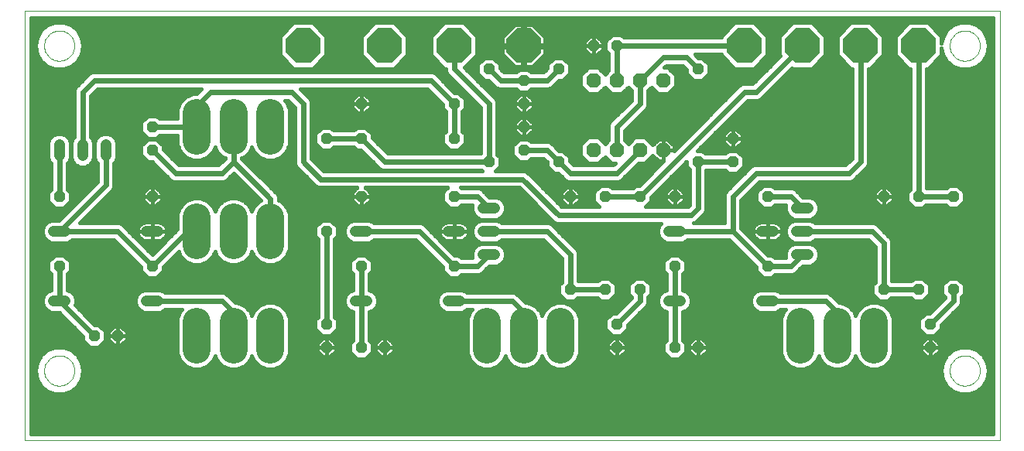
<source format=gtl>
G75*
G70*
%OFA0B0*%
%FSLAX24Y24*%
%IPPOS*%
%LPD*%
%AMOC8*
5,1,8,0,0,1.08239X$1,22.5*
%
%ADD10C,0.0000*%
%ADD11OC8,0.0630*%
%ADD12OC8,0.0480*%
%ADD13C,0.1185*%
%ADD14C,0.0480*%
%ADD15OC8,0.1500*%
%ADD16C,0.0160*%
%ADD17C,0.0240*%
D10*
X001685Y000661D02*
X001685Y019161D01*
X043685Y019161D01*
X043685Y000661D01*
X001685Y000661D01*
X002535Y003661D02*
X002537Y003711D01*
X002543Y003761D01*
X002553Y003811D01*
X002566Y003859D01*
X002583Y003907D01*
X002604Y003953D01*
X002628Y003997D01*
X002656Y004039D01*
X002687Y004079D01*
X002721Y004116D01*
X002758Y004151D01*
X002797Y004182D01*
X002838Y004211D01*
X002882Y004236D01*
X002928Y004258D01*
X002975Y004276D01*
X003023Y004290D01*
X003072Y004301D01*
X003122Y004308D01*
X003172Y004311D01*
X003223Y004310D01*
X003273Y004305D01*
X003323Y004296D01*
X003371Y004284D01*
X003419Y004267D01*
X003465Y004247D01*
X003510Y004224D01*
X003553Y004197D01*
X003593Y004167D01*
X003631Y004134D01*
X003666Y004098D01*
X003699Y004059D01*
X003728Y004018D01*
X003754Y003975D01*
X003777Y003930D01*
X003796Y003883D01*
X003811Y003835D01*
X003823Y003786D01*
X003831Y003736D01*
X003835Y003686D01*
X003835Y003636D01*
X003831Y003586D01*
X003823Y003536D01*
X003811Y003487D01*
X003796Y003439D01*
X003777Y003392D01*
X003754Y003347D01*
X003728Y003304D01*
X003699Y003263D01*
X003666Y003224D01*
X003631Y003188D01*
X003593Y003155D01*
X003553Y003125D01*
X003510Y003098D01*
X003465Y003075D01*
X003419Y003055D01*
X003371Y003038D01*
X003323Y003026D01*
X003273Y003017D01*
X003223Y003012D01*
X003172Y003011D01*
X003122Y003014D01*
X003072Y003021D01*
X003023Y003032D01*
X002975Y003046D01*
X002928Y003064D01*
X002882Y003086D01*
X002838Y003111D01*
X002797Y003140D01*
X002758Y003171D01*
X002721Y003206D01*
X002687Y003243D01*
X002656Y003283D01*
X002628Y003325D01*
X002604Y003369D01*
X002583Y003415D01*
X002566Y003463D01*
X002553Y003511D01*
X002543Y003561D01*
X002537Y003611D01*
X002535Y003661D01*
X002535Y017661D02*
X002537Y017711D01*
X002543Y017761D01*
X002553Y017811D01*
X002566Y017859D01*
X002583Y017907D01*
X002604Y017953D01*
X002628Y017997D01*
X002656Y018039D01*
X002687Y018079D01*
X002721Y018116D01*
X002758Y018151D01*
X002797Y018182D01*
X002838Y018211D01*
X002882Y018236D01*
X002928Y018258D01*
X002975Y018276D01*
X003023Y018290D01*
X003072Y018301D01*
X003122Y018308D01*
X003172Y018311D01*
X003223Y018310D01*
X003273Y018305D01*
X003323Y018296D01*
X003371Y018284D01*
X003419Y018267D01*
X003465Y018247D01*
X003510Y018224D01*
X003553Y018197D01*
X003593Y018167D01*
X003631Y018134D01*
X003666Y018098D01*
X003699Y018059D01*
X003728Y018018D01*
X003754Y017975D01*
X003777Y017930D01*
X003796Y017883D01*
X003811Y017835D01*
X003823Y017786D01*
X003831Y017736D01*
X003835Y017686D01*
X003835Y017636D01*
X003831Y017586D01*
X003823Y017536D01*
X003811Y017487D01*
X003796Y017439D01*
X003777Y017392D01*
X003754Y017347D01*
X003728Y017304D01*
X003699Y017263D01*
X003666Y017224D01*
X003631Y017188D01*
X003593Y017155D01*
X003553Y017125D01*
X003510Y017098D01*
X003465Y017075D01*
X003419Y017055D01*
X003371Y017038D01*
X003323Y017026D01*
X003273Y017017D01*
X003223Y017012D01*
X003172Y017011D01*
X003122Y017014D01*
X003072Y017021D01*
X003023Y017032D01*
X002975Y017046D01*
X002928Y017064D01*
X002882Y017086D01*
X002838Y017111D01*
X002797Y017140D01*
X002758Y017171D01*
X002721Y017206D01*
X002687Y017243D01*
X002656Y017283D01*
X002628Y017325D01*
X002604Y017369D01*
X002583Y017415D01*
X002566Y017463D01*
X002553Y017511D01*
X002543Y017561D01*
X002537Y017611D01*
X002535Y017661D01*
X041535Y017661D02*
X041537Y017711D01*
X041543Y017761D01*
X041553Y017811D01*
X041566Y017859D01*
X041583Y017907D01*
X041604Y017953D01*
X041628Y017997D01*
X041656Y018039D01*
X041687Y018079D01*
X041721Y018116D01*
X041758Y018151D01*
X041797Y018182D01*
X041838Y018211D01*
X041882Y018236D01*
X041928Y018258D01*
X041975Y018276D01*
X042023Y018290D01*
X042072Y018301D01*
X042122Y018308D01*
X042172Y018311D01*
X042223Y018310D01*
X042273Y018305D01*
X042323Y018296D01*
X042371Y018284D01*
X042419Y018267D01*
X042465Y018247D01*
X042510Y018224D01*
X042553Y018197D01*
X042593Y018167D01*
X042631Y018134D01*
X042666Y018098D01*
X042699Y018059D01*
X042728Y018018D01*
X042754Y017975D01*
X042777Y017930D01*
X042796Y017883D01*
X042811Y017835D01*
X042823Y017786D01*
X042831Y017736D01*
X042835Y017686D01*
X042835Y017636D01*
X042831Y017586D01*
X042823Y017536D01*
X042811Y017487D01*
X042796Y017439D01*
X042777Y017392D01*
X042754Y017347D01*
X042728Y017304D01*
X042699Y017263D01*
X042666Y017224D01*
X042631Y017188D01*
X042593Y017155D01*
X042553Y017125D01*
X042510Y017098D01*
X042465Y017075D01*
X042419Y017055D01*
X042371Y017038D01*
X042323Y017026D01*
X042273Y017017D01*
X042223Y017012D01*
X042172Y017011D01*
X042122Y017014D01*
X042072Y017021D01*
X042023Y017032D01*
X041975Y017046D01*
X041928Y017064D01*
X041882Y017086D01*
X041838Y017111D01*
X041797Y017140D01*
X041758Y017171D01*
X041721Y017206D01*
X041687Y017243D01*
X041656Y017283D01*
X041628Y017325D01*
X041604Y017369D01*
X041583Y017415D01*
X041566Y017463D01*
X041553Y017511D01*
X041543Y017561D01*
X041537Y017611D01*
X041535Y017661D01*
X041535Y003661D02*
X041537Y003711D01*
X041543Y003761D01*
X041553Y003811D01*
X041566Y003859D01*
X041583Y003907D01*
X041604Y003953D01*
X041628Y003997D01*
X041656Y004039D01*
X041687Y004079D01*
X041721Y004116D01*
X041758Y004151D01*
X041797Y004182D01*
X041838Y004211D01*
X041882Y004236D01*
X041928Y004258D01*
X041975Y004276D01*
X042023Y004290D01*
X042072Y004301D01*
X042122Y004308D01*
X042172Y004311D01*
X042223Y004310D01*
X042273Y004305D01*
X042323Y004296D01*
X042371Y004284D01*
X042419Y004267D01*
X042465Y004247D01*
X042510Y004224D01*
X042553Y004197D01*
X042593Y004167D01*
X042631Y004134D01*
X042666Y004098D01*
X042699Y004059D01*
X042728Y004018D01*
X042754Y003975D01*
X042777Y003930D01*
X042796Y003883D01*
X042811Y003835D01*
X042823Y003786D01*
X042831Y003736D01*
X042835Y003686D01*
X042835Y003636D01*
X042831Y003586D01*
X042823Y003536D01*
X042811Y003487D01*
X042796Y003439D01*
X042777Y003392D01*
X042754Y003347D01*
X042728Y003304D01*
X042699Y003263D01*
X042666Y003224D01*
X042631Y003188D01*
X042593Y003155D01*
X042553Y003125D01*
X042510Y003098D01*
X042465Y003075D01*
X042419Y003055D01*
X042371Y003038D01*
X042323Y003026D01*
X042273Y003017D01*
X042223Y003012D01*
X042172Y003011D01*
X042122Y003014D01*
X042072Y003021D01*
X042023Y003032D01*
X041975Y003046D01*
X041928Y003064D01*
X041882Y003086D01*
X041838Y003111D01*
X041797Y003140D01*
X041758Y003171D01*
X041721Y003206D01*
X041687Y003243D01*
X041656Y003283D01*
X041628Y003325D01*
X041604Y003369D01*
X041583Y003415D01*
X041566Y003463D01*
X041553Y003511D01*
X041543Y003561D01*
X041537Y003611D01*
X041535Y003661D01*
D11*
X029185Y013161D03*
X028185Y013161D03*
X027185Y013161D03*
X026185Y013161D03*
X026185Y016161D03*
X027185Y016161D03*
X028185Y016161D03*
X029185Y016161D03*
D12*
X030685Y016661D03*
X027185Y017661D03*
X026185Y017661D03*
X024685Y016661D03*
X023185Y016161D03*
X023185Y015161D03*
X023185Y014161D03*
X023185Y013161D03*
X024685Y012661D03*
X025185Y011161D03*
X026685Y011161D03*
X028185Y011161D03*
X029685Y011161D03*
X030685Y012661D03*
X032185Y012661D03*
X032185Y013661D03*
X033685Y011161D03*
X038685Y011161D03*
X040185Y011161D03*
X041685Y011161D03*
X033685Y008161D03*
X029685Y008161D03*
X028185Y007161D03*
X026685Y007161D03*
X025185Y007161D03*
X027185Y005661D03*
X027185Y004661D03*
X029685Y004661D03*
X030685Y004661D03*
X038685Y007161D03*
X040185Y007161D03*
X041685Y007161D03*
X040685Y005661D03*
X040685Y004661D03*
X021685Y012661D03*
X020185Y013661D03*
X020185Y015161D03*
X021685Y016661D03*
X016185Y015161D03*
X016185Y013661D03*
X014685Y013661D03*
X016185Y011161D03*
X014685Y009661D03*
X016185Y008161D03*
X020185Y008161D03*
X014685Y005661D03*
X014685Y004661D03*
X016185Y004661D03*
X017185Y004661D03*
X007185Y008161D03*
X003185Y008161D03*
X003185Y011161D03*
X007185Y011161D03*
X007185Y013161D03*
X007185Y014161D03*
X020185Y011161D03*
X005685Y005161D03*
X004685Y005161D03*
D13*
X009105Y004568D02*
X009105Y005753D01*
X010685Y005753D02*
X010685Y004568D01*
X012265Y004568D02*
X012265Y005753D01*
X012265Y009068D02*
X012265Y010253D01*
X010685Y010253D02*
X010685Y009068D01*
X009105Y009068D02*
X009105Y010253D01*
X009105Y013568D02*
X009105Y014753D01*
X010685Y014753D02*
X010685Y013568D01*
X012265Y013568D02*
X012265Y014753D01*
X021605Y005753D02*
X021605Y004568D01*
X023185Y004568D02*
X023185Y005753D01*
X024765Y005753D02*
X024765Y004568D01*
X035105Y004568D02*
X035105Y005753D01*
X036685Y005753D02*
X036685Y004568D01*
X038265Y004568D02*
X038265Y005753D01*
D14*
X033925Y006661D02*
X033445Y006661D01*
X029925Y006661D02*
X029445Y006661D01*
X034945Y008661D02*
X035425Y008661D01*
X035425Y009661D02*
X034945Y009661D01*
X033925Y009661D02*
X033445Y009661D01*
X034945Y010661D02*
X035425Y010661D01*
X029925Y009661D02*
X029445Y009661D01*
X021925Y009661D02*
X021445Y009661D01*
X020425Y009661D02*
X019945Y009661D01*
X021445Y010661D02*
X021925Y010661D01*
X021925Y008661D02*
X021445Y008661D01*
X020425Y006661D02*
X019945Y006661D01*
X016425Y006661D02*
X015945Y006661D01*
X015945Y009661D02*
X016425Y009661D01*
X007425Y009661D02*
X006945Y009661D01*
X003425Y009661D02*
X002945Y009661D01*
X002945Y006661D02*
X003425Y006661D01*
X006945Y006661D02*
X007425Y006661D01*
X005185Y012921D02*
X005185Y013401D01*
X004185Y013401D02*
X004185Y012921D01*
X003185Y012921D02*
X003185Y013401D01*
D15*
X013685Y017661D03*
X017185Y017661D03*
X020185Y017661D03*
X023185Y017661D03*
X032685Y017661D03*
X035185Y017661D03*
X037685Y017661D03*
X040185Y017661D03*
D16*
X039195Y017722D02*
X038675Y017722D01*
X038675Y017564D02*
X039195Y017564D01*
X039195Y017405D02*
X038675Y017405D01*
X038675Y017251D02*
X038095Y016671D01*
X038045Y016671D01*
X038045Y012732D01*
X038045Y012589D01*
X037990Y012457D01*
X037490Y011957D01*
X037389Y011856D01*
X037256Y011801D01*
X033334Y011801D01*
X032545Y011012D01*
X032545Y009810D01*
X033714Y008641D01*
X033884Y008641D01*
X034004Y008521D01*
X034483Y008521D01*
X034465Y008565D01*
X034465Y008756D01*
X034538Y008933D01*
X034673Y009068D01*
X034849Y009141D01*
X035520Y009141D01*
X035697Y009068D01*
X035832Y008933D01*
X035905Y008756D01*
X035905Y008565D01*
X035832Y008389D01*
X035697Y008254D01*
X035520Y008181D01*
X035214Y008181D01*
X034990Y007957D01*
X034889Y007856D01*
X034756Y007801D01*
X034004Y007801D01*
X033884Y007681D01*
X033486Y007681D01*
X033205Y007962D01*
X033205Y008132D01*
X032036Y009301D01*
X030244Y009301D01*
X030197Y009254D01*
X030020Y009181D01*
X029349Y009181D01*
X029173Y009254D01*
X029038Y009389D01*
X028965Y009565D01*
X028965Y009756D01*
X029038Y009933D01*
X029106Y010001D01*
X024613Y010001D01*
X024481Y010056D01*
X024380Y010157D01*
X024380Y010157D01*
X022986Y011551D01*
X020474Y011551D01*
X020504Y011521D01*
X021113Y011521D01*
X021256Y011521D01*
X021389Y011466D01*
X021714Y011141D01*
X022020Y011141D01*
X022197Y011068D01*
X022332Y010933D01*
X022405Y010756D01*
X022405Y010565D01*
X022332Y010389D01*
X022197Y010254D01*
X022020Y010181D01*
X021349Y010181D01*
X021173Y010254D01*
X021038Y010389D01*
X020965Y010565D01*
X020965Y010756D01*
X020983Y010801D01*
X020504Y010801D01*
X020384Y010681D01*
X019986Y010681D01*
X019705Y010962D01*
X019705Y011360D01*
X019896Y011551D01*
X016360Y011551D01*
X016585Y011326D01*
X016585Y011161D01*
X016185Y011161D01*
X016185Y011161D01*
X016585Y011161D01*
X016585Y010995D01*
X016351Y010761D01*
X016185Y010761D01*
X016185Y011160D01*
X016185Y011160D01*
X016185Y010761D01*
X016019Y010761D01*
X015785Y010995D01*
X015785Y011161D01*
X016184Y011161D01*
X016184Y011161D01*
X015785Y011161D01*
X015785Y011326D01*
X016009Y011551D01*
X014363Y011551D01*
X014231Y011606D01*
X014130Y011707D01*
X014130Y011707D01*
X013481Y012356D01*
X013481Y012356D01*
X013380Y012457D01*
X013325Y012589D01*
X013325Y015012D01*
X013036Y015301D01*
X012895Y015301D01*
X012971Y015225D01*
X013097Y014919D01*
X013097Y013403D01*
X012971Y013097D01*
X012736Y012862D01*
X012430Y012736D01*
X012099Y012736D01*
X011793Y012862D01*
X011559Y013097D01*
X011475Y013300D01*
X011391Y013097D01*
X011156Y012862D01*
X011045Y012816D01*
X011045Y012810D01*
X012570Y011285D01*
X012625Y011152D01*
X012625Y011009D01*
X012625Y011005D01*
X012736Y010959D01*
X012971Y010725D01*
X013097Y010419D01*
X013097Y008903D01*
X012971Y008597D01*
X012736Y008362D01*
X012430Y008236D01*
X012099Y008236D01*
X011793Y008362D01*
X011559Y008597D01*
X011475Y008800D01*
X011391Y008597D01*
X011156Y008362D01*
X010850Y008236D01*
X010519Y008236D01*
X010213Y008362D01*
X009979Y008597D01*
X009895Y008800D01*
X009811Y008597D01*
X009576Y008362D01*
X009270Y008236D01*
X008939Y008236D01*
X008633Y008362D01*
X008399Y008597D01*
X008320Y008787D01*
X007665Y008132D01*
X007665Y007962D01*
X007384Y007681D01*
X006986Y007681D01*
X006705Y007962D01*
X006705Y008132D01*
X005536Y009301D01*
X003744Y009301D01*
X003697Y009254D01*
X003520Y009181D01*
X002849Y009181D01*
X002673Y009254D01*
X002538Y009389D01*
X002465Y009565D01*
X002465Y009756D01*
X002538Y009933D01*
X002673Y010068D01*
X002849Y010141D01*
X003156Y010141D01*
X004825Y011810D01*
X004825Y012602D01*
X004778Y012649D01*
X004592Y012649D01*
X004665Y012825D01*
X004665Y013496D01*
X004592Y013673D01*
X004545Y013720D01*
X004545Y015512D01*
X004834Y015801D01*
X009316Y015801D01*
X009101Y015586D01*
X008939Y015586D01*
X008633Y015459D01*
X008399Y015225D01*
X008272Y014919D01*
X008272Y014521D01*
X007504Y014521D01*
X007384Y014641D01*
X006986Y014641D01*
X006705Y014360D01*
X006705Y013962D01*
X006986Y013681D01*
X007384Y013681D01*
X007504Y013801D01*
X008272Y013801D01*
X008272Y013403D01*
X008399Y013097D01*
X008633Y012862D01*
X008939Y012736D01*
X009270Y012736D01*
X009576Y012862D01*
X009811Y013097D01*
X009895Y013300D01*
X009979Y013097D01*
X010213Y012862D01*
X010325Y012816D01*
X010325Y012810D01*
X010036Y012521D01*
X008334Y012521D01*
X007665Y013190D01*
X007665Y013360D01*
X007384Y013641D01*
X006986Y013641D01*
X006705Y013360D01*
X006705Y012962D01*
X006986Y012681D01*
X007156Y012681D01*
X007880Y011957D01*
X007981Y011856D01*
X008113Y011801D01*
X010113Y011801D01*
X010256Y011801D01*
X010389Y011856D01*
X010685Y012152D01*
X011853Y010984D01*
X011793Y010959D01*
X011559Y010725D01*
X011475Y010521D01*
X011391Y010725D01*
X011156Y010959D01*
X010850Y011086D01*
X010519Y011086D01*
X010213Y010959D01*
X009979Y010725D01*
X009895Y010521D01*
X009811Y010725D01*
X009576Y010959D01*
X009270Y011086D01*
X008939Y011086D01*
X008633Y010959D01*
X008399Y010725D01*
X008272Y010419D01*
X008272Y009757D01*
X007185Y008670D01*
X005889Y009966D01*
X005756Y010021D01*
X005613Y010021D01*
X004054Y010021D01*
X005490Y011457D01*
X005545Y011589D01*
X005545Y011732D01*
X005545Y012602D01*
X005592Y012649D01*
X007188Y012649D01*
X007346Y012490D02*
X005545Y012490D01*
X005545Y012332D02*
X007505Y012332D01*
X007663Y012173D02*
X005545Y012173D01*
X005545Y012015D02*
X007822Y012015D01*
X007980Y011856D02*
X005545Y011856D01*
X005545Y011698D02*
X011139Y011698D01*
X010980Y011856D02*
X010389Y011856D01*
X010548Y012015D02*
X010822Y012015D01*
X011297Y011539D02*
X007372Y011539D01*
X007351Y011561D02*
X007185Y011561D01*
X007185Y011161D01*
X007185Y011161D01*
X007585Y011161D01*
X007585Y011326D01*
X007351Y011561D01*
X007185Y011561D02*
X007019Y011561D01*
X006785Y011326D01*
X006785Y011161D01*
X007184Y011161D01*
X007184Y011161D01*
X006785Y011161D01*
X006785Y010995D01*
X007019Y010761D01*
X007185Y010761D01*
X007351Y010761D01*
X007585Y010995D01*
X007585Y011161D01*
X007185Y011161D01*
X007185Y011161D01*
X007185Y011561D01*
X007185Y011539D02*
X007185Y011539D01*
X007185Y011381D02*
X007185Y011381D01*
X007185Y011222D02*
X007185Y011222D01*
X007185Y011160D02*
X007185Y010761D01*
X007185Y011160D01*
X007185Y011160D01*
X007185Y011064D02*
X007185Y011064D01*
X007185Y010905D02*
X007185Y010905D01*
X007495Y010905D02*
X008579Y010905D01*
X008421Y010746D02*
X004780Y010746D01*
X004621Y010588D02*
X008342Y010588D01*
X008277Y010429D02*
X004463Y010429D01*
X004304Y010271D02*
X008272Y010271D01*
X008272Y010112D02*
X004145Y010112D01*
X003603Y010588D02*
X001965Y010588D01*
X001965Y010746D02*
X002920Y010746D01*
X002986Y010681D02*
X003384Y010681D01*
X003665Y010962D01*
X003665Y011360D01*
X003545Y011480D01*
X003545Y012602D01*
X003592Y012649D01*
X003778Y012649D01*
X003913Y012514D01*
X004089Y012441D01*
X004280Y012441D01*
X004457Y012514D01*
X004592Y012649D01*
X004657Y012808D02*
X004712Y012808D01*
X004705Y012825D02*
X004778Y012649D01*
X004825Y012490D02*
X004400Y012490D01*
X003969Y012490D02*
X003545Y012490D01*
X003545Y012332D02*
X004825Y012332D01*
X004825Y012173D02*
X003545Y012173D01*
X003545Y012015D02*
X004825Y012015D01*
X004825Y011856D02*
X003545Y011856D01*
X003545Y011698D02*
X004713Y011698D01*
X004554Y011539D02*
X003545Y011539D01*
X003644Y011381D02*
X004396Y011381D01*
X004237Y011222D02*
X003665Y011222D01*
X003665Y011064D02*
X004079Y011064D01*
X003920Y010905D02*
X003608Y010905D01*
X003761Y010746D02*
X003449Y010746D01*
X002986Y010681D02*
X002705Y010962D01*
X002705Y011360D01*
X002825Y011480D01*
X002825Y012602D01*
X002778Y012649D01*
X001965Y012649D01*
X001965Y012808D02*
X002712Y012808D01*
X002705Y012825D02*
X002778Y012649D01*
X002825Y012490D02*
X001965Y012490D01*
X001965Y012332D02*
X002825Y012332D01*
X002825Y012173D02*
X001965Y012173D01*
X001965Y012015D02*
X002825Y012015D01*
X002825Y011856D02*
X001965Y011856D01*
X001965Y011698D02*
X002825Y011698D01*
X002825Y011539D02*
X001965Y011539D01*
X001965Y011381D02*
X002726Y011381D01*
X002705Y011222D02*
X001965Y011222D01*
X001965Y011064D02*
X002705Y011064D01*
X002762Y010905D02*
X001965Y010905D01*
X001965Y010429D02*
X003444Y010429D01*
X003286Y010271D02*
X001965Y010271D01*
X001965Y010112D02*
X002781Y010112D01*
X002559Y009954D02*
X001965Y009954D01*
X001965Y009795D02*
X002481Y009795D01*
X002465Y009637D02*
X001965Y009637D01*
X001965Y009478D02*
X002501Y009478D01*
X002607Y009320D02*
X001965Y009320D01*
X001965Y009161D02*
X005675Y009161D01*
X005834Y009003D02*
X001965Y009003D01*
X001965Y008844D02*
X005993Y008844D01*
X006151Y008685D02*
X001965Y008685D01*
X001965Y008527D02*
X002872Y008527D01*
X002986Y008641D02*
X002705Y008360D01*
X002705Y007962D01*
X002825Y007842D01*
X002825Y007131D01*
X002673Y007068D01*
X002538Y006933D01*
X002465Y006756D01*
X002465Y006565D01*
X002538Y006389D01*
X002673Y006254D01*
X002849Y006181D01*
X003156Y006181D01*
X004205Y005132D01*
X004205Y004962D01*
X004486Y004681D01*
X004884Y004681D01*
X005165Y004962D01*
X005165Y005360D01*
X004884Y005641D01*
X004714Y005641D01*
X003871Y006484D01*
X003905Y006565D01*
X003905Y006756D01*
X003832Y006933D01*
X003697Y007068D01*
X003545Y007131D01*
X003545Y007842D01*
X003665Y007962D01*
X003665Y008360D01*
X003384Y008641D01*
X002986Y008641D01*
X002714Y008368D02*
X001965Y008368D01*
X001965Y008210D02*
X002705Y008210D01*
X002705Y008051D02*
X001965Y008051D01*
X001965Y007893D02*
X002774Y007893D01*
X002825Y007734D02*
X001965Y007734D01*
X001965Y007576D02*
X002825Y007576D01*
X002825Y007417D02*
X001965Y007417D01*
X001965Y007259D02*
X002825Y007259D01*
X002751Y007100D02*
X001965Y007100D01*
X001965Y006941D02*
X002547Y006941D01*
X002476Y006783D02*
X001965Y006783D01*
X001965Y006624D02*
X002465Y006624D01*
X002506Y006466D02*
X001965Y006466D01*
X001965Y006307D02*
X002620Y006307D01*
X003188Y006149D02*
X001965Y006149D01*
X001965Y005990D02*
X003346Y005990D01*
X003505Y005832D02*
X001965Y005832D01*
X001965Y005673D02*
X003663Y005673D01*
X003822Y005515D02*
X001965Y005515D01*
X001965Y005356D02*
X003981Y005356D01*
X004139Y005197D02*
X001965Y005197D01*
X001965Y005039D02*
X004205Y005039D01*
X004286Y004880D02*
X001965Y004880D01*
X001965Y004722D02*
X004445Y004722D01*
X004925Y004722D02*
X008272Y004722D01*
X008272Y004880D02*
X005970Y004880D01*
X006085Y004995D02*
X006085Y005161D01*
X006085Y005326D01*
X005851Y005561D01*
X005685Y005561D01*
X005685Y005161D01*
X005685Y005161D01*
X006085Y005161D01*
X005685Y005161D01*
X005685Y005161D01*
X005685Y005561D01*
X005519Y005561D01*
X005285Y005326D01*
X005285Y005161D01*
X005684Y005161D01*
X005684Y005161D01*
X005285Y005161D01*
X005285Y004995D01*
X005519Y004761D01*
X005685Y004761D01*
X005851Y004761D01*
X006085Y004995D01*
X006085Y005039D02*
X008272Y005039D01*
X008272Y005197D02*
X006085Y005197D01*
X006055Y005356D02*
X008272Y005356D01*
X008272Y005515D02*
X005897Y005515D01*
X005685Y005515D02*
X005685Y005515D01*
X005685Y005356D02*
X005685Y005356D01*
X005685Y005197D02*
X005685Y005197D01*
X005685Y005160D02*
X005685Y004761D01*
X005685Y005160D01*
X005685Y005160D01*
X005685Y005039D02*
X005685Y005039D01*
X005685Y004880D02*
X005685Y004880D01*
X005400Y004880D02*
X005083Y004880D01*
X005165Y005039D02*
X005285Y005039D01*
X005285Y005197D02*
X005165Y005197D01*
X005165Y005356D02*
X005314Y005356D01*
X005473Y005515D02*
X005010Y005515D01*
X004682Y005673D02*
X008272Y005673D01*
X008272Y005832D02*
X004523Y005832D01*
X004365Y005990D02*
X008302Y005990D01*
X008272Y005919D02*
X008272Y004403D01*
X008399Y004097D01*
X008633Y003862D01*
X008939Y003736D01*
X009270Y003736D01*
X009576Y003862D01*
X009811Y004097D01*
X009895Y004300D01*
X009979Y004097D01*
X010213Y003862D01*
X010519Y003736D01*
X010850Y003736D01*
X011156Y003862D01*
X011391Y004097D01*
X011475Y004300D01*
X011559Y004097D01*
X011793Y003862D01*
X012099Y003736D01*
X012430Y003736D01*
X012736Y003862D01*
X012971Y004097D01*
X013097Y004403D01*
X013097Y005919D01*
X012971Y006225D01*
X012736Y006459D01*
X012430Y006586D01*
X012099Y006586D01*
X011793Y006459D01*
X011559Y006225D01*
X011475Y006021D01*
X011391Y006225D01*
X011156Y006459D01*
X010850Y006586D01*
X010769Y006586D01*
X010389Y006966D01*
X010256Y007021D01*
X010113Y007021D01*
X007744Y007021D01*
X007697Y007068D01*
X007520Y007141D01*
X006849Y007141D01*
X006673Y007068D01*
X006538Y006933D01*
X006465Y006756D01*
X006465Y006565D01*
X006538Y006389D01*
X006673Y006254D01*
X006849Y006181D01*
X007520Y006181D01*
X007697Y006254D01*
X007744Y006301D01*
X008475Y006301D01*
X008399Y006225D01*
X008272Y005919D01*
X008368Y006149D02*
X004206Y006149D01*
X004047Y006307D02*
X006620Y006307D01*
X006506Y006466D02*
X003889Y006466D01*
X003905Y006624D02*
X006465Y006624D01*
X006476Y006783D02*
X003894Y006783D01*
X003823Y006941D02*
X006547Y006941D01*
X006751Y007100D02*
X003619Y007100D01*
X003545Y007259D02*
X014325Y007259D01*
X014325Y007417D02*
X003545Y007417D01*
X003545Y007576D02*
X014325Y007576D01*
X014325Y007734D02*
X007437Y007734D01*
X007596Y007893D02*
X014325Y007893D01*
X014325Y008051D02*
X007665Y008051D01*
X007743Y008210D02*
X014325Y008210D01*
X014325Y008368D02*
X012742Y008368D01*
X012901Y008527D02*
X014325Y008527D01*
X014325Y008685D02*
X013007Y008685D01*
X013073Y008844D02*
X014325Y008844D01*
X014325Y009003D02*
X013097Y009003D01*
X013097Y009161D02*
X014325Y009161D01*
X014325Y009320D02*
X013097Y009320D01*
X013097Y009478D02*
X014205Y009478D01*
X014205Y009462D02*
X014325Y009342D01*
X014325Y005980D01*
X014205Y005860D01*
X014205Y005462D01*
X014486Y005181D01*
X014884Y005181D01*
X015165Y005462D01*
X015165Y005860D01*
X015045Y005980D01*
X015045Y009342D01*
X015165Y009462D01*
X015165Y009860D01*
X014884Y010141D01*
X014486Y010141D01*
X014205Y009860D01*
X014205Y009462D01*
X014205Y009637D02*
X013097Y009637D01*
X013097Y009795D02*
X014205Y009795D01*
X014299Y009954D02*
X013097Y009954D01*
X013097Y010112D02*
X014458Y010112D01*
X014912Y010112D02*
X015781Y010112D01*
X015849Y010141D02*
X015673Y010068D01*
X015538Y009933D01*
X015465Y009756D01*
X015465Y009565D01*
X015538Y009389D01*
X015673Y009254D01*
X015849Y009181D01*
X016520Y009181D01*
X016697Y009254D01*
X016744Y009301D01*
X018536Y009301D01*
X019705Y008132D01*
X019705Y007962D01*
X019986Y007681D01*
X020384Y007681D01*
X020504Y007801D01*
X021113Y007801D01*
X021256Y007801D01*
X021389Y007856D01*
X021714Y008181D01*
X022020Y008181D01*
X022197Y008254D01*
X022332Y008389D01*
X022405Y008565D01*
X022405Y008756D01*
X022332Y008933D01*
X022197Y009068D01*
X022020Y009141D01*
X021349Y009141D01*
X021173Y009068D01*
X021038Y008933D01*
X020965Y008756D01*
X020965Y008565D01*
X020983Y008521D01*
X020504Y008521D01*
X020384Y008641D01*
X020214Y008641D01*
X018990Y009865D01*
X018889Y009966D01*
X018756Y010021D01*
X016744Y010021D01*
X016697Y010068D01*
X016520Y010141D01*
X015849Y010141D01*
X015559Y009954D02*
X015071Y009954D01*
X015165Y009795D02*
X015481Y009795D01*
X015465Y009637D02*
X015165Y009637D01*
X015165Y009478D02*
X015501Y009478D01*
X015607Y009320D02*
X015045Y009320D01*
X015045Y009161D02*
X018675Y009161D01*
X018834Y009003D02*
X015045Y009003D01*
X015045Y008844D02*
X018993Y008844D01*
X019151Y008685D02*
X015045Y008685D01*
X015045Y008527D02*
X015872Y008527D01*
X015986Y008641D02*
X015705Y008360D01*
X015705Y007962D01*
X015825Y007842D01*
X015825Y007131D01*
X015673Y007068D01*
X015538Y006933D01*
X015465Y006756D01*
X015465Y006565D01*
X015538Y006389D01*
X015673Y006254D01*
X015825Y006191D01*
X015825Y004980D01*
X015705Y004860D01*
X015705Y004462D01*
X015986Y004181D01*
X016384Y004181D01*
X016665Y004462D01*
X016665Y004860D01*
X016545Y004980D01*
X016545Y006191D01*
X016697Y006254D01*
X016832Y006389D01*
X016905Y006565D01*
X016905Y006756D01*
X016832Y006933D01*
X016697Y007068D01*
X016545Y007131D01*
X016545Y007842D01*
X016665Y007962D01*
X016665Y008360D01*
X016384Y008641D01*
X015986Y008641D01*
X015714Y008368D02*
X015045Y008368D01*
X015045Y008210D02*
X015705Y008210D01*
X015705Y008051D02*
X015045Y008051D01*
X015045Y007893D02*
X015774Y007893D01*
X015825Y007734D02*
X015045Y007734D01*
X015045Y007576D02*
X015825Y007576D01*
X015825Y007417D02*
X015045Y007417D01*
X015045Y007259D02*
X015825Y007259D01*
X015751Y007100D02*
X015045Y007100D01*
X015045Y006941D02*
X015547Y006941D01*
X015476Y006783D02*
X015045Y006783D01*
X015045Y006624D02*
X015465Y006624D01*
X015506Y006466D02*
X015045Y006466D01*
X015045Y006307D02*
X015620Y006307D01*
X015825Y006149D02*
X015045Y006149D01*
X015045Y005990D02*
X015825Y005990D01*
X015825Y005832D02*
X015165Y005832D01*
X015165Y005673D02*
X015825Y005673D01*
X015825Y005515D02*
X015165Y005515D01*
X015059Y005356D02*
X015825Y005356D01*
X015825Y005197D02*
X014900Y005197D01*
X014851Y005061D02*
X014685Y005061D01*
X014685Y004661D01*
X014685Y004661D01*
X015085Y004661D01*
X015085Y004826D01*
X014851Y005061D01*
X014872Y005039D02*
X015825Y005039D01*
X015726Y004880D02*
X015031Y004880D01*
X015085Y004722D02*
X015705Y004722D01*
X015705Y004563D02*
X015085Y004563D01*
X015085Y004495D02*
X015085Y004661D01*
X014685Y004661D01*
X014685Y004661D01*
X014685Y005061D01*
X014519Y005061D01*
X014285Y004826D01*
X014285Y004661D01*
X014684Y004661D01*
X014684Y004661D01*
X014285Y004661D01*
X014285Y004495D01*
X014519Y004261D01*
X014685Y004261D01*
X014851Y004261D01*
X015085Y004495D01*
X014994Y004405D02*
X015762Y004405D01*
X015921Y004246D02*
X013033Y004246D01*
X013097Y004405D02*
X014375Y004405D01*
X014285Y004563D02*
X013097Y004563D01*
X013097Y004722D02*
X014285Y004722D01*
X014339Y004880D02*
X013097Y004880D01*
X013097Y005039D02*
X014497Y005039D01*
X014469Y005197D02*
X013097Y005197D01*
X013097Y005356D02*
X014311Y005356D01*
X014205Y005515D02*
X013097Y005515D01*
X013097Y005673D02*
X014205Y005673D01*
X014205Y005832D02*
X013097Y005832D01*
X013068Y005990D02*
X014325Y005990D01*
X014325Y006149D02*
X013002Y006149D01*
X012888Y006307D02*
X014325Y006307D01*
X014325Y006466D02*
X012720Y006466D01*
X011810Y006466D02*
X011140Y006466D01*
X011308Y006307D02*
X011641Y006307D01*
X011528Y006149D02*
X011422Y006149D01*
X010730Y006624D02*
X014325Y006624D01*
X014325Y006783D02*
X010572Y006783D01*
X010413Y006941D02*
X014325Y006941D01*
X014325Y007100D02*
X007619Y007100D01*
X006933Y007734D02*
X003545Y007734D01*
X003596Y007893D02*
X006774Y007893D01*
X006705Y008051D02*
X003665Y008051D01*
X003665Y008210D02*
X006627Y008210D01*
X006468Y008368D02*
X003656Y008368D01*
X003498Y008527D02*
X006310Y008527D01*
X007011Y008844D02*
X007359Y008844D01*
X007518Y009003D02*
X006852Y009003D01*
X006694Y009161D02*
X007676Y009161D01*
X007614Y009306D02*
X007680Y009350D01*
X007736Y009406D01*
X007779Y009471D01*
X007809Y009544D01*
X007825Y009621D01*
X007825Y009661D01*
X007825Y009700D01*
X007809Y009777D01*
X007779Y009850D01*
X007736Y009916D01*
X007680Y009971D01*
X007614Y010015D01*
X007542Y010045D01*
X007464Y010061D01*
X007185Y010061D01*
X007185Y009661D01*
X007185Y009661D01*
X007825Y009661D01*
X007185Y009661D01*
X007185Y009661D01*
X007185Y010061D01*
X006905Y010061D01*
X006828Y010045D01*
X006755Y010015D01*
X006690Y009971D01*
X006634Y009916D01*
X006590Y009850D01*
X006560Y009777D01*
X006545Y009700D01*
X006545Y009661D01*
X007184Y009661D01*
X007184Y009661D01*
X006545Y009661D01*
X006545Y009621D01*
X006560Y009544D01*
X006590Y009471D01*
X006634Y009406D01*
X006690Y009350D01*
X006755Y009306D01*
X006828Y009276D01*
X006905Y009261D01*
X007185Y009261D01*
X007464Y009261D01*
X007542Y009276D01*
X007614Y009306D01*
X007634Y009320D02*
X007835Y009320D01*
X007782Y009478D02*
X007993Y009478D01*
X008152Y009637D02*
X007825Y009637D01*
X007802Y009795D02*
X008272Y009795D01*
X008272Y009954D02*
X007698Y009954D01*
X007185Y009954D02*
X007185Y009954D01*
X007185Y009795D02*
X007185Y009795D01*
X007185Y009660D02*
X007185Y009261D01*
X007185Y009660D01*
X007185Y009660D01*
X007185Y009637D02*
X007185Y009637D01*
X007185Y009478D02*
X007185Y009478D01*
X007185Y009320D02*
X007185Y009320D01*
X006735Y009320D02*
X006535Y009320D01*
X006588Y009478D02*
X006377Y009478D01*
X006218Y009637D02*
X006545Y009637D01*
X006568Y009795D02*
X006059Y009795D01*
X005901Y009954D02*
X006672Y009954D01*
X006875Y010905D02*
X004938Y010905D01*
X005097Y011064D02*
X006785Y011064D01*
X006785Y011222D02*
X005255Y011222D01*
X005414Y011381D02*
X006839Y011381D01*
X006998Y011539D02*
X005524Y011539D01*
X007531Y011381D02*
X011456Y011381D01*
X011614Y011222D02*
X007585Y011222D01*
X007585Y011064D02*
X008886Y011064D01*
X009324Y011064D02*
X010466Y011064D01*
X010159Y010905D02*
X009630Y010905D01*
X009789Y010746D02*
X010001Y010746D01*
X009922Y010588D02*
X009867Y010588D01*
X010904Y011064D02*
X011773Y011064D01*
X011739Y010905D02*
X011210Y010905D01*
X011369Y010746D02*
X011581Y010746D01*
X011502Y010588D02*
X011447Y010588D01*
X012625Y011064D02*
X015785Y011064D01*
X015785Y011222D02*
X012596Y011222D01*
X012474Y011381D02*
X015839Y011381D01*
X015998Y011539D02*
X012316Y011539D01*
X012157Y011698D02*
X014139Y011698D01*
X013980Y011856D02*
X011998Y011856D01*
X011840Y012015D02*
X013822Y012015D01*
X013663Y012173D02*
X011681Y012173D01*
X011523Y012332D02*
X013505Y012332D01*
X013366Y012490D02*
X011364Y012490D01*
X011206Y012649D02*
X013325Y012649D01*
X013325Y012808D02*
X012604Y012808D01*
X012840Y012966D02*
X013325Y012966D01*
X013325Y013125D02*
X012982Y013125D01*
X013048Y013283D02*
X013325Y013283D01*
X013325Y013442D02*
X013097Y013442D01*
X013097Y013600D02*
X013325Y013600D01*
X013325Y013759D02*
X013097Y013759D01*
X013097Y013917D02*
X013325Y013917D01*
X013325Y014076D02*
X013097Y014076D01*
X013097Y014234D02*
X013325Y014234D01*
X013325Y014393D02*
X013097Y014393D01*
X013097Y014552D02*
X013325Y014552D01*
X013325Y014710D02*
X013097Y014710D01*
X013097Y014869D02*
X013325Y014869D01*
X013309Y015027D02*
X013053Y015027D01*
X012987Y015186D02*
X013151Y015186D01*
X013693Y015661D02*
X019175Y015661D01*
X019036Y015801D02*
X019705Y015132D01*
X019705Y014962D01*
X019825Y014842D01*
X019825Y013980D01*
X019705Y013860D01*
X019705Y013462D01*
X019986Y013181D01*
X020384Y013181D01*
X020665Y013462D01*
X020665Y013860D01*
X020545Y013980D01*
X020545Y014842D01*
X020665Y014962D01*
X020665Y015360D01*
X020384Y015641D01*
X020214Y015641D01*
X019490Y016365D01*
X019389Y016466D01*
X019256Y016521D01*
X004756Y016521D01*
X004613Y016521D01*
X004481Y016466D01*
X003981Y015966D01*
X003880Y015865D01*
X003825Y015732D01*
X003825Y013720D01*
X003778Y013673D01*
X003705Y013496D01*
X003705Y012825D01*
X003778Y012649D01*
X003712Y012808D02*
X003657Y012808D01*
X003665Y012825D02*
X003665Y013496D01*
X003592Y013673D01*
X003457Y013808D01*
X003280Y013881D01*
X003089Y013881D01*
X002913Y013808D01*
X002778Y013673D01*
X002705Y013496D01*
X002705Y012825D01*
X002705Y012966D02*
X001965Y012966D01*
X001965Y013125D02*
X002705Y013125D01*
X002705Y013283D02*
X001965Y013283D01*
X001965Y013442D02*
X002705Y013442D01*
X002748Y013600D02*
X001965Y013600D01*
X001965Y013759D02*
X002864Y013759D01*
X003506Y013759D02*
X003825Y013759D01*
X003825Y013917D02*
X001965Y013917D01*
X001965Y014076D02*
X003825Y014076D01*
X003825Y014234D02*
X001965Y014234D01*
X001965Y014393D02*
X003825Y014393D01*
X003825Y014552D02*
X001965Y014552D01*
X001965Y014710D02*
X003825Y014710D01*
X003825Y014869D02*
X001965Y014869D01*
X001965Y015027D02*
X003825Y015027D01*
X003825Y015186D02*
X001965Y015186D01*
X001965Y015344D02*
X003825Y015344D01*
X003825Y015503D02*
X001965Y015503D01*
X001965Y015661D02*
X003825Y015661D01*
X003861Y015820D02*
X001965Y015820D01*
X001965Y015978D02*
X003993Y015978D01*
X004152Y016137D02*
X001965Y016137D01*
X001965Y016296D02*
X004311Y016296D01*
X004469Y016454D02*
X001965Y016454D01*
X001965Y016613D02*
X019825Y016613D01*
X019825Y016589D02*
X019880Y016457D01*
X021325Y015012D01*
X021325Y013021D01*
X017334Y013021D01*
X016665Y013690D01*
X016665Y013860D01*
X016384Y014141D01*
X015986Y014141D01*
X015866Y014021D01*
X015004Y014021D01*
X014884Y014141D01*
X014486Y014141D01*
X014205Y013860D01*
X014205Y013462D01*
X014486Y013181D01*
X014884Y013181D01*
X015004Y013301D01*
X015866Y013301D01*
X015986Y013181D01*
X016156Y013181D01*
X016981Y012356D01*
X017113Y012301D01*
X017256Y012301D01*
X021366Y012301D01*
X021396Y012271D01*
X014584Y012271D01*
X014045Y012810D01*
X014045Y015232D01*
X013990Y015365D01*
X013889Y015466D01*
X013554Y015801D01*
X019036Y015801D01*
X019334Y015503D02*
X016408Y015503D01*
X016351Y015561D02*
X016185Y015561D01*
X016185Y015161D01*
X016185Y015161D01*
X016585Y015161D01*
X016585Y015326D01*
X016351Y015561D01*
X016185Y015561D02*
X016185Y015161D01*
X016185Y015161D01*
X016585Y015161D01*
X016585Y014995D01*
X016351Y014761D01*
X016185Y014761D01*
X016185Y015160D01*
X016185Y015160D01*
X016185Y014761D01*
X016019Y014761D01*
X015785Y014995D01*
X015785Y015161D01*
X016184Y015161D01*
X016184Y015161D01*
X015785Y015161D01*
X015785Y015326D01*
X016019Y015561D01*
X016185Y015561D01*
X016185Y015503D02*
X016185Y015503D01*
X016185Y015344D02*
X016185Y015344D01*
X016185Y015186D02*
X016185Y015186D01*
X016185Y015027D02*
X016185Y015027D01*
X016185Y014869D02*
X016185Y014869D01*
X016458Y014869D02*
X019798Y014869D01*
X019825Y014710D02*
X014045Y014710D01*
X014045Y014552D02*
X019825Y014552D01*
X019825Y014393D02*
X014045Y014393D01*
X014045Y014234D02*
X019825Y014234D01*
X019825Y014076D02*
X016449Y014076D01*
X016607Y013917D02*
X019763Y013917D01*
X019705Y013759D02*
X016665Y013759D01*
X016754Y013600D02*
X019705Y013600D01*
X019725Y013442D02*
X016913Y013442D01*
X017072Y013283D02*
X019884Y013283D01*
X020486Y013283D02*
X021325Y013283D01*
X021325Y013125D02*
X017230Y013125D01*
X016370Y012966D02*
X014045Y012966D01*
X014047Y012808D02*
X016529Y012808D01*
X016688Y012649D02*
X014206Y012649D01*
X014364Y012490D02*
X016846Y012490D01*
X017038Y012332D02*
X014523Y012332D01*
X014045Y013125D02*
X016212Y013125D01*
X015884Y013283D02*
X014986Y013283D01*
X014384Y013283D02*
X014045Y013283D01*
X014045Y013442D02*
X014225Y013442D01*
X014205Y013600D02*
X014045Y013600D01*
X014045Y013759D02*
X014205Y013759D01*
X014263Y013917D02*
X014045Y013917D01*
X014045Y014076D02*
X014421Y014076D01*
X014949Y014076D02*
X015921Y014076D01*
X015911Y014869D02*
X014045Y014869D01*
X014045Y015027D02*
X015785Y015027D01*
X015785Y015186D02*
X014045Y015186D01*
X013999Y015344D02*
X015803Y015344D01*
X015961Y015503D02*
X013852Y015503D01*
X014095Y016671D02*
X013275Y016671D01*
X012695Y017251D01*
X012695Y018071D01*
X013275Y018651D01*
X014095Y018651D01*
X014675Y018071D01*
X014675Y017251D01*
X014095Y016671D01*
X014195Y016771D02*
X016674Y016771D01*
X016775Y016671D02*
X017595Y016671D01*
X018175Y017251D01*
X018175Y018071D01*
X017595Y018651D01*
X016775Y018651D01*
X016195Y018071D01*
X016195Y017251D01*
X016775Y016671D01*
X016516Y016930D02*
X014354Y016930D01*
X014512Y017088D02*
X016357Y017088D01*
X016199Y017247D02*
X014671Y017247D01*
X014675Y017405D02*
X016195Y017405D01*
X016195Y017564D02*
X014675Y017564D01*
X014675Y017722D02*
X016195Y017722D01*
X016195Y017881D02*
X014675Y017881D01*
X014675Y018039D02*
X016195Y018039D01*
X016322Y018198D02*
X014548Y018198D01*
X014389Y018357D02*
X016481Y018357D01*
X016639Y018515D02*
X014231Y018515D01*
X013139Y018515D02*
X003738Y018515D01*
X003698Y018549D02*
X003698Y018549D01*
X003970Y018320D01*
X003970Y018320D01*
X004149Y018012D01*
X004149Y018011D01*
X004210Y017661D01*
X004210Y017661D01*
X004149Y017310D01*
X004149Y017310D01*
X003970Y017002D01*
X003970Y017002D01*
X003970Y017002D01*
X003698Y016773D01*
X003698Y016773D01*
X003363Y016651D01*
X003363Y016651D01*
X003241Y016651D01*
X003241Y016651D01*
X003203Y016651D01*
X003185Y016651D01*
X003129Y016651D01*
X003129Y016651D01*
X003007Y016651D01*
X003007Y016651D01*
X002672Y016773D01*
X002672Y016773D01*
X002399Y017002D01*
X002221Y017310D01*
X002159Y017661D01*
X002159Y017661D01*
X002221Y018011D01*
X002221Y018012D01*
X002399Y018320D01*
X002399Y018320D01*
X002399Y018320D01*
X002672Y018549D01*
X002672Y018549D01*
X003007Y018671D01*
X003007Y018671D01*
X003129Y018671D01*
X003129Y018671D01*
X003185Y018671D01*
X003185Y018671D01*
X003241Y018671D01*
X003241Y018671D01*
X003363Y018671D01*
X003363Y018671D01*
X003698Y018549D01*
X003927Y018357D02*
X012981Y018357D01*
X012822Y018198D02*
X004041Y018198D01*
X004132Y018039D02*
X012695Y018039D01*
X012695Y017881D02*
X004172Y017881D01*
X004200Y017722D02*
X012695Y017722D01*
X012695Y017564D02*
X004193Y017564D01*
X004165Y017405D02*
X012695Y017405D01*
X012699Y017247D02*
X004112Y017247D01*
X004020Y017088D02*
X012857Y017088D01*
X013016Y016930D02*
X003885Y016930D01*
X003693Y016771D02*
X013174Y016771D01*
X016567Y015344D02*
X019492Y015344D01*
X019651Y015186D02*
X016585Y015186D01*
X016585Y015027D02*
X019705Y015027D01*
X020571Y014869D02*
X021325Y014869D01*
X021309Y015027D02*
X020665Y015027D01*
X020665Y015186D02*
X021151Y015186D01*
X020992Y015344D02*
X020665Y015344D01*
X020522Y015503D02*
X020834Y015503D01*
X020675Y015661D02*
X020193Y015661D01*
X020035Y015820D02*
X020517Y015820D01*
X020358Y015978D02*
X019876Y015978D01*
X019718Y016137D02*
X020200Y016137D01*
X020041Y016296D02*
X019559Y016296D01*
X019401Y016454D02*
X019882Y016454D01*
X019825Y016589D02*
X019825Y016671D01*
X019775Y016671D01*
X019195Y017251D01*
X019195Y018071D01*
X019775Y018651D01*
X020595Y018651D01*
X021175Y018071D01*
X021175Y017251D01*
X020639Y016715D01*
X021889Y015466D01*
X021990Y015365D01*
X022045Y015232D01*
X022045Y012980D01*
X022165Y012860D01*
X022165Y012462D01*
X021974Y012271D01*
X023063Y012271D01*
X023206Y012271D01*
X023339Y012216D01*
X024834Y010721D01*
X026446Y010721D01*
X026205Y010962D01*
X026205Y011360D01*
X026486Y011641D01*
X026884Y011641D01*
X027004Y011521D01*
X027866Y011521D01*
X027986Y011641D01*
X028156Y011641D01*
X029201Y012686D01*
X029185Y012686D01*
X029185Y013160D01*
X029185Y013160D01*
X029185Y012686D01*
X028988Y012686D01*
X028740Y012934D01*
X028740Y012931D01*
X028415Y012606D01*
X028139Y012606D01*
X027389Y011856D01*
X027256Y011801D01*
X027113Y011801D01*
X025113Y011801D01*
X024981Y011856D01*
X024880Y011957D01*
X024656Y012181D01*
X024486Y012181D01*
X024205Y012462D01*
X024205Y012632D01*
X024036Y012801D01*
X023504Y012801D01*
X023384Y012681D01*
X022986Y012681D01*
X022705Y012962D01*
X022705Y013360D01*
X022986Y013641D01*
X023384Y013641D01*
X023504Y013521D01*
X024113Y013521D01*
X024256Y013521D01*
X024389Y013466D01*
X024714Y013141D01*
X024884Y013141D01*
X025165Y012860D01*
X025165Y012690D01*
X025334Y012521D01*
X027036Y012521D01*
X027121Y012606D01*
X026955Y012606D01*
X026685Y012876D01*
X026415Y012606D01*
X025955Y012606D01*
X025630Y012931D01*
X025630Y013391D01*
X025955Y013716D01*
X026415Y013716D01*
X026685Y013446D01*
X026825Y013586D01*
X026825Y014232D01*
X026880Y014365D01*
X026981Y014466D01*
X027825Y015310D01*
X027825Y015736D01*
X027685Y015876D01*
X027415Y015606D01*
X026955Y015606D01*
X026685Y015876D01*
X026415Y015606D01*
X025955Y015606D01*
X025630Y015931D01*
X025630Y016391D01*
X025955Y016716D01*
X026415Y016716D01*
X026685Y016446D01*
X026825Y016586D01*
X026825Y017342D01*
X026705Y017462D01*
X026705Y017860D01*
X026986Y018141D01*
X027384Y018141D01*
X027504Y018021D01*
X031695Y018021D01*
X031695Y018071D01*
X032275Y018651D01*
X033095Y018651D01*
X033675Y018071D01*
X033675Y017251D01*
X033095Y016671D01*
X032275Y016671D01*
X031695Y017251D01*
X031695Y017301D01*
X030554Y017301D01*
X030714Y017141D01*
X030884Y017141D01*
X031165Y016860D01*
X031165Y016462D01*
X030884Y016181D01*
X030486Y016181D01*
X030205Y016462D01*
X030205Y016632D01*
X030036Y016801D01*
X029334Y016801D01*
X029249Y016716D01*
X029415Y016716D01*
X029740Y016391D01*
X029740Y015931D01*
X029415Y015606D01*
X028955Y015606D01*
X028685Y015876D01*
X028545Y015736D01*
X028545Y015232D01*
X028545Y015089D01*
X028490Y014957D01*
X027545Y014012D01*
X027545Y013586D01*
X027685Y013446D01*
X027955Y013716D01*
X028415Y013716D01*
X028740Y013391D01*
X028740Y013387D01*
X028988Y013636D01*
X029185Y013636D01*
X029185Y013161D01*
X029185Y013161D01*
X029660Y013161D01*
X029660Y013358D01*
X029382Y013636D01*
X029185Y013636D01*
X029185Y013161D01*
X029185Y013161D01*
X029660Y013161D01*
X029660Y013145D01*
X032380Y015865D01*
X032481Y015966D01*
X032613Y016021D01*
X033036Y016021D01*
X034230Y017215D01*
X034195Y017251D01*
X034195Y018071D01*
X034775Y018651D01*
X035595Y018651D01*
X036175Y018071D01*
X036175Y017251D01*
X035595Y016671D01*
X034775Y016671D01*
X034739Y016706D01*
X033389Y015356D01*
X033256Y015301D01*
X033113Y015301D01*
X032834Y015301D01*
X030674Y013141D01*
X030884Y013141D01*
X031004Y013021D01*
X031866Y013021D01*
X031986Y013141D01*
X032384Y013141D01*
X032665Y012860D01*
X032665Y012462D01*
X032384Y012181D01*
X031986Y012181D01*
X031866Y012301D01*
X031045Y012301D01*
X031045Y010589D01*
X030990Y010457D01*
X030889Y010356D01*
X030589Y010056D01*
X030505Y010021D01*
X031825Y010021D01*
X031825Y011232D01*
X031880Y011365D01*
X031981Y011466D01*
X032981Y012466D01*
X033113Y012521D01*
X033256Y012521D01*
X037036Y012521D01*
X037325Y012810D01*
X037325Y016671D01*
X037275Y016671D01*
X036695Y017251D01*
X036695Y018071D01*
X037275Y018651D01*
X038095Y018651D01*
X038675Y018071D01*
X038675Y017251D01*
X038671Y017247D02*
X039199Y017247D01*
X039195Y017251D02*
X039775Y016671D01*
X039825Y016671D01*
X039825Y011480D01*
X039705Y011360D01*
X039705Y010962D01*
X039986Y010681D01*
X040384Y010681D01*
X040504Y010801D01*
X041366Y010801D01*
X041486Y010681D01*
X041884Y010681D01*
X042165Y010962D01*
X042165Y011360D01*
X041884Y011641D01*
X041486Y011641D01*
X041366Y011521D01*
X040545Y011521D01*
X040545Y016671D01*
X040595Y016671D01*
X041175Y017251D01*
X041175Y017573D01*
X041221Y017310D01*
X041399Y017002D01*
X041399Y017002D01*
X041672Y016773D01*
X042007Y016651D01*
X042129Y016651D01*
X042129Y016651D01*
X042185Y016651D01*
X042200Y016651D01*
X042241Y016651D01*
X042363Y016651D01*
X042698Y016773D01*
X042970Y017002D01*
X043149Y017310D01*
X043210Y017661D01*
X043149Y018011D01*
X043149Y018012D01*
X042970Y018320D01*
X042698Y018549D01*
X042698Y018549D01*
X042363Y018671D01*
X042241Y018671D01*
X042185Y018671D01*
X042183Y018671D01*
X042129Y018671D01*
X042129Y018671D01*
X042007Y018671D01*
X042007Y018671D01*
X041672Y018549D01*
X041399Y018320D01*
X041221Y018012D01*
X041221Y018011D02*
X041175Y017749D01*
X041175Y018071D01*
X040595Y018651D01*
X039775Y018651D01*
X039195Y018071D01*
X039195Y017251D01*
X039357Y017088D02*
X038512Y017088D01*
X038354Y016930D02*
X039516Y016930D01*
X039674Y016771D02*
X038195Y016771D01*
X038045Y016613D02*
X039825Y016613D01*
X039825Y016454D02*
X038045Y016454D01*
X038045Y016296D02*
X039825Y016296D01*
X039825Y016137D02*
X038045Y016137D01*
X038045Y015978D02*
X039825Y015978D01*
X039825Y015820D02*
X038045Y015820D01*
X038045Y015661D02*
X039825Y015661D01*
X039825Y015503D02*
X038045Y015503D01*
X038045Y015344D02*
X039825Y015344D01*
X039825Y015186D02*
X038045Y015186D01*
X038045Y015027D02*
X039825Y015027D01*
X039825Y014869D02*
X038045Y014869D01*
X038045Y014710D02*
X039825Y014710D01*
X039825Y014552D02*
X038045Y014552D01*
X038045Y014393D02*
X039825Y014393D01*
X039825Y014234D02*
X038045Y014234D01*
X038045Y014076D02*
X039825Y014076D01*
X039825Y013917D02*
X038045Y013917D01*
X038045Y013759D02*
X039825Y013759D01*
X039825Y013600D02*
X038045Y013600D01*
X038045Y013442D02*
X039825Y013442D01*
X039825Y013283D02*
X038045Y013283D01*
X038045Y013125D02*
X039825Y013125D01*
X039825Y012966D02*
X038045Y012966D01*
X038045Y012808D02*
X039825Y012808D01*
X039825Y012649D02*
X038045Y012649D01*
X038004Y012490D02*
X039825Y012490D01*
X039825Y012332D02*
X037865Y012332D01*
X037707Y012173D02*
X039825Y012173D01*
X039825Y012015D02*
X037548Y012015D01*
X037389Y011856D02*
X039825Y011856D01*
X039825Y011698D02*
X033231Y011698D01*
X033385Y011539D02*
X033072Y011539D01*
X033226Y011381D02*
X032914Y011381D01*
X032755Y011222D02*
X033205Y011222D01*
X033205Y011360D02*
X033205Y010962D01*
X033486Y010681D01*
X033884Y010681D01*
X034004Y010801D01*
X034483Y010801D01*
X034465Y010756D01*
X034465Y010565D01*
X034538Y010389D01*
X034673Y010254D01*
X034849Y010181D01*
X035520Y010181D01*
X035697Y010254D01*
X035832Y010389D01*
X035905Y010565D01*
X035905Y010756D01*
X035832Y010933D01*
X035697Y011068D01*
X035520Y011141D01*
X035214Y011141D01*
X034990Y011365D01*
X034889Y011466D01*
X034756Y011521D01*
X034004Y011521D01*
X033884Y011641D01*
X033486Y011641D01*
X033205Y011360D01*
X033985Y011539D02*
X038498Y011539D01*
X038519Y011561D02*
X038285Y011326D01*
X038285Y011161D01*
X038684Y011161D01*
X038684Y011161D01*
X038285Y011161D01*
X038285Y010995D01*
X038519Y010761D01*
X038685Y010761D01*
X038851Y010761D01*
X039085Y010995D01*
X039085Y011161D01*
X039085Y011326D01*
X038851Y011561D01*
X038685Y011561D01*
X038685Y011161D01*
X038685Y011161D01*
X039085Y011161D01*
X038685Y011161D01*
X038685Y011161D01*
X038685Y011561D01*
X038519Y011561D01*
X038685Y011539D02*
X038685Y011539D01*
X038685Y011381D02*
X038685Y011381D01*
X038685Y011222D02*
X038685Y011222D01*
X038685Y011160D02*
X038685Y010761D01*
X038685Y011160D01*
X038685Y011160D01*
X038685Y011064D02*
X038685Y011064D01*
X038685Y010905D02*
X038685Y010905D01*
X038995Y010905D02*
X039762Y010905D01*
X039705Y011064D02*
X039085Y011064D01*
X039085Y011222D02*
X039705Y011222D01*
X039726Y011381D02*
X039031Y011381D01*
X038872Y011539D02*
X039825Y011539D01*
X040545Y011539D02*
X041385Y011539D01*
X041985Y011539D02*
X043405Y011539D01*
X043405Y011381D02*
X042144Y011381D01*
X042165Y011222D02*
X043405Y011222D01*
X043405Y011064D02*
X042165Y011064D01*
X042108Y010905D02*
X043405Y010905D01*
X043405Y010746D02*
X041949Y010746D01*
X041420Y010746D02*
X040449Y010746D01*
X039920Y010746D02*
X035905Y010746D01*
X035905Y010588D02*
X043405Y010588D01*
X043405Y010429D02*
X035849Y010429D01*
X035714Y010271D02*
X043405Y010271D01*
X043405Y010112D02*
X035589Y010112D01*
X035520Y010141D02*
X034849Y010141D01*
X034673Y010068D01*
X034538Y009933D01*
X034465Y009756D01*
X034465Y009565D01*
X034538Y009389D01*
X034673Y009254D01*
X034849Y009181D01*
X035520Y009181D01*
X035697Y009254D01*
X035744Y009301D01*
X038036Y009301D01*
X038325Y009012D01*
X038325Y007480D01*
X038205Y007360D01*
X038205Y006962D01*
X038486Y006681D01*
X038884Y006681D01*
X039004Y006801D01*
X039866Y006801D01*
X039986Y006681D01*
X040384Y006681D01*
X040665Y006962D01*
X040665Y007360D01*
X040384Y007641D01*
X039986Y007641D01*
X039866Y007521D01*
X039045Y007521D01*
X039045Y009089D01*
X039045Y009232D01*
X038990Y009365D01*
X038490Y009865D01*
X038389Y009966D01*
X038256Y010021D01*
X035744Y010021D01*
X035697Y010068D01*
X035520Y010141D01*
X034781Y010112D02*
X032545Y010112D01*
X032545Y009954D02*
X033172Y009954D01*
X033190Y009971D02*
X033134Y009916D01*
X033090Y009850D01*
X033060Y009777D01*
X033045Y009700D01*
X033045Y009661D01*
X033684Y009661D01*
X033684Y009661D01*
X033045Y009661D01*
X033045Y009621D01*
X033060Y009544D01*
X033090Y009471D01*
X033134Y009406D01*
X033190Y009350D01*
X033255Y009306D01*
X033328Y009276D01*
X033405Y009261D01*
X033685Y009261D01*
X033964Y009261D01*
X034042Y009276D01*
X034114Y009306D01*
X034180Y009350D01*
X034236Y009406D01*
X034279Y009471D01*
X034309Y009544D01*
X034325Y009621D01*
X034325Y009661D01*
X034325Y009700D01*
X034309Y009777D01*
X034279Y009850D01*
X034236Y009916D01*
X034180Y009971D01*
X034114Y010015D01*
X034042Y010045D01*
X033964Y010061D01*
X033685Y010061D01*
X033685Y009661D01*
X033685Y009661D01*
X034325Y009661D01*
X033685Y009661D01*
X033685Y009661D01*
X033685Y010061D01*
X033405Y010061D01*
X033328Y010045D01*
X033255Y010015D01*
X033190Y009971D01*
X033068Y009795D02*
X032559Y009795D01*
X032718Y009637D02*
X033045Y009637D01*
X033088Y009478D02*
X032877Y009478D01*
X033035Y009320D02*
X033235Y009320D01*
X033194Y009161D02*
X038175Y009161D01*
X038325Y009003D02*
X035762Y009003D01*
X035869Y008844D02*
X038325Y008844D01*
X038325Y008685D02*
X035905Y008685D01*
X035889Y008527D02*
X038325Y008527D01*
X038325Y008368D02*
X035811Y008368D01*
X035590Y008210D02*
X038325Y008210D01*
X038325Y008051D02*
X035084Y008051D01*
X034926Y007893D02*
X038325Y007893D01*
X038325Y007734D02*
X033937Y007734D01*
X033433Y007734D02*
X030045Y007734D01*
X030045Y007842D02*
X030165Y007962D01*
X030165Y008360D01*
X029884Y008641D01*
X029486Y008641D01*
X029205Y008360D01*
X029205Y007962D01*
X029325Y007842D01*
X029325Y007131D01*
X029173Y007068D01*
X029038Y006933D01*
X028965Y006756D01*
X028965Y006565D01*
X029038Y006389D01*
X029173Y006254D01*
X029325Y006191D01*
X029325Y004980D01*
X029205Y004860D01*
X029205Y004462D01*
X029486Y004181D01*
X029884Y004181D01*
X030165Y004462D01*
X030165Y004860D01*
X030045Y004980D01*
X030045Y006191D01*
X030197Y006254D01*
X030332Y006389D01*
X030405Y006565D01*
X030405Y006756D01*
X030332Y006933D01*
X030197Y007068D01*
X030045Y007131D01*
X030045Y007842D01*
X030096Y007893D02*
X033274Y007893D01*
X033205Y008051D02*
X030165Y008051D01*
X030165Y008210D02*
X033127Y008210D01*
X032968Y008368D02*
X030156Y008368D01*
X029998Y008527D02*
X032810Y008527D01*
X032651Y008685D02*
X025545Y008685D01*
X025545Y008732D02*
X025490Y008865D01*
X025389Y008966D01*
X024389Y009966D01*
X024256Y010021D01*
X024113Y010021D01*
X022244Y010021D01*
X022197Y010068D01*
X022020Y010141D01*
X021349Y010141D01*
X021173Y010068D01*
X021038Y009933D01*
X020965Y009756D01*
X020965Y009565D01*
X021038Y009389D01*
X021173Y009254D01*
X021349Y009181D01*
X022020Y009181D01*
X022197Y009254D01*
X022244Y009301D01*
X024036Y009301D01*
X024825Y008512D01*
X024825Y007480D01*
X024705Y007360D01*
X024705Y006962D01*
X024986Y006681D01*
X025384Y006681D01*
X025504Y006801D01*
X026366Y006801D01*
X026486Y006681D01*
X026884Y006681D01*
X027165Y006962D01*
X027165Y007360D01*
X026884Y007641D01*
X026486Y007641D01*
X026366Y007521D01*
X025545Y007521D01*
X025545Y008732D01*
X025499Y008844D02*
X032493Y008844D01*
X032334Y009003D02*
X025352Y009003D01*
X025194Y009161D02*
X032175Y009161D01*
X033352Y009003D02*
X034608Y009003D01*
X034501Y008844D02*
X033511Y008844D01*
X033669Y008685D02*
X034465Y008685D01*
X034481Y008527D02*
X033998Y008527D01*
X033685Y009261D02*
X033685Y009660D01*
X033685Y009660D01*
X033685Y009261D01*
X033685Y009320D02*
X033685Y009320D01*
X033685Y009478D02*
X033685Y009478D01*
X033685Y009637D02*
X033685Y009637D01*
X033685Y009795D02*
X033685Y009795D01*
X033685Y009954D02*
X033685Y009954D01*
X034198Y009954D02*
X034559Y009954D01*
X034481Y009795D02*
X034302Y009795D01*
X034325Y009637D02*
X034465Y009637D01*
X034501Y009478D02*
X034282Y009478D01*
X034134Y009320D02*
X034607Y009320D01*
X034656Y010271D02*
X032545Y010271D01*
X032545Y010429D02*
X034521Y010429D01*
X034465Y010588D02*
X032545Y010588D01*
X032545Y010746D02*
X033420Y010746D01*
X033262Y010905D02*
X032545Y010905D01*
X032597Y011064D02*
X033205Y011064D01*
X033949Y010746D02*
X034465Y010746D01*
X035133Y011222D02*
X038285Y011222D01*
X038285Y011064D02*
X035701Y011064D01*
X035843Y010905D02*
X038375Y010905D01*
X038339Y011381D02*
X034974Y011381D01*
X033040Y012490D02*
X032665Y012490D01*
X032665Y012649D02*
X037164Y012649D01*
X037323Y012808D02*
X032665Y012808D01*
X032558Y012966D02*
X037325Y012966D01*
X037325Y013125D02*
X032400Y013125D01*
X032351Y013261D02*
X032185Y013261D01*
X032185Y013660D01*
X032185Y013660D01*
X032185Y013261D01*
X032019Y013261D01*
X031785Y013495D01*
X031785Y013661D01*
X032184Y013661D01*
X032184Y013661D01*
X031785Y013661D01*
X031785Y013826D01*
X032019Y014061D01*
X032185Y014061D01*
X032185Y013661D01*
X032185Y013661D01*
X032585Y013661D01*
X032585Y013826D01*
X032351Y014061D01*
X032185Y014061D01*
X032185Y013661D01*
X032185Y013661D01*
X032585Y013661D01*
X032585Y013495D01*
X032351Y013261D01*
X032373Y013283D02*
X037325Y013283D01*
X037325Y013442D02*
X032531Y013442D01*
X032585Y013600D02*
X037325Y013600D01*
X037325Y013759D02*
X032585Y013759D01*
X032494Y013917D02*
X037325Y013917D01*
X037325Y014076D02*
X031609Y014076D01*
X031768Y014234D02*
X037325Y014234D01*
X037325Y014393D02*
X031926Y014393D01*
X032085Y014552D02*
X037325Y014552D01*
X037325Y014710D02*
X032243Y014710D01*
X032402Y014869D02*
X037325Y014869D01*
X037325Y015027D02*
X032560Y015027D01*
X032719Y015186D02*
X037325Y015186D01*
X037325Y015344D02*
X033361Y015344D01*
X033536Y015503D02*
X037325Y015503D01*
X037325Y015661D02*
X033694Y015661D01*
X033853Y015820D02*
X037325Y015820D01*
X037325Y015978D02*
X034012Y015978D01*
X034170Y016137D02*
X037325Y016137D01*
X037325Y016296D02*
X034329Y016296D01*
X034487Y016454D02*
X037325Y016454D01*
X037325Y016613D02*
X034646Y016613D01*
X033945Y016930D02*
X033354Y016930D01*
X033512Y017088D02*
X034103Y017088D01*
X034199Y017247D02*
X033671Y017247D01*
X033675Y017405D02*
X034195Y017405D01*
X034195Y017564D02*
X033675Y017564D01*
X033675Y017722D02*
X034195Y017722D01*
X034195Y017881D02*
X033675Y017881D01*
X033675Y018039D02*
X034195Y018039D01*
X034322Y018198D02*
X033548Y018198D01*
X033389Y018357D02*
X034481Y018357D01*
X034639Y018515D02*
X033231Y018515D01*
X032139Y018515D02*
X023617Y018515D01*
X023562Y018571D02*
X023235Y018571D01*
X023235Y017711D01*
X023135Y017711D01*
X023135Y018571D01*
X022808Y018571D01*
X022275Y018038D01*
X022275Y017711D01*
X023135Y017711D01*
X023135Y017611D01*
X022275Y017611D01*
X022275Y017284D01*
X022808Y016751D01*
X023135Y016751D01*
X023135Y017611D01*
X023235Y017611D01*
X023235Y017711D01*
X024095Y017711D01*
X024095Y018038D01*
X023562Y018571D01*
X023776Y018357D02*
X031981Y018357D01*
X031822Y018198D02*
X023934Y018198D01*
X024093Y018039D02*
X025998Y018039D01*
X026019Y018061D02*
X025785Y017826D01*
X025785Y017661D01*
X026184Y017661D01*
X026184Y017661D01*
X025785Y017661D01*
X025785Y017495D01*
X026019Y017261D01*
X026185Y017261D01*
X026351Y017261D01*
X026585Y017495D01*
X026585Y017661D01*
X026585Y017826D01*
X026351Y018061D01*
X026185Y018061D01*
X026185Y017661D01*
X026185Y017661D01*
X026585Y017661D01*
X026185Y017661D01*
X026185Y017661D01*
X026185Y018061D01*
X026019Y018061D01*
X026185Y018039D02*
X026185Y018039D01*
X026185Y017881D02*
X026185Y017881D01*
X026185Y017722D02*
X026185Y017722D01*
X026185Y017660D02*
X026185Y017261D01*
X026185Y017660D01*
X026185Y017660D01*
X026185Y017564D02*
X026185Y017564D01*
X026185Y017405D02*
X026185Y017405D01*
X026495Y017405D02*
X026762Y017405D01*
X026705Y017564D02*
X026585Y017564D01*
X026585Y017722D02*
X026705Y017722D01*
X026726Y017881D02*
X026530Y017881D01*
X026372Y018039D02*
X026885Y018039D01*
X027485Y018039D02*
X031695Y018039D01*
X031699Y017247D02*
X030608Y017247D01*
X030936Y017088D02*
X031857Y017088D01*
X032016Y016930D02*
X031095Y016930D01*
X031165Y016771D02*
X032174Y016771D01*
X031165Y016613D02*
X033628Y016613D01*
X033786Y016771D02*
X033195Y016771D01*
X033469Y016454D02*
X031157Y016454D01*
X030998Y016296D02*
X033311Y016296D01*
X033152Y016137D02*
X029740Y016137D01*
X029740Y016296D02*
X030371Y016296D01*
X030213Y016454D02*
X029676Y016454D01*
X029518Y016613D02*
X030205Y016613D01*
X030065Y016771D02*
X029304Y016771D01*
X029740Y015978D02*
X032511Y015978D01*
X032335Y015820D02*
X029629Y015820D01*
X029470Y015661D02*
X032176Y015661D01*
X032018Y015503D02*
X028545Y015503D01*
X028545Y015661D02*
X028899Y015661D01*
X028741Y015820D02*
X028629Y015820D01*
X027825Y015661D02*
X027470Y015661D01*
X027629Y015820D02*
X027741Y015820D01*
X027825Y015503D02*
X023408Y015503D01*
X023351Y015561D02*
X023185Y015561D01*
X023185Y015161D01*
X023185Y015161D01*
X023585Y015161D01*
X023585Y015326D01*
X023351Y015561D01*
X023384Y015681D02*
X022986Y015681D01*
X022866Y015801D01*
X022256Y015801D01*
X022113Y015801D01*
X021981Y015856D01*
X021656Y016181D01*
X021486Y016181D01*
X021205Y016462D01*
X021205Y016860D01*
X021486Y017141D01*
X021884Y017141D01*
X022165Y016860D01*
X022165Y016690D01*
X022334Y016521D01*
X022866Y016521D01*
X022986Y016641D01*
X023384Y016641D01*
X023504Y016521D01*
X024036Y016521D01*
X024205Y016690D01*
X024205Y016860D01*
X024486Y017141D01*
X024884Y017141D01*
X025165Y016860D01*
X025165Y016462D01*
X024884Y016181D01*
X024714Y016181D01*
X024389Y015856D01*
X024256Y015801D01*
X024113Y015801D01*
X023504Y015801D01*
X023384Y015681D01*
X023185Y015561D02*
X023019Y015561D01*
X022785Y015326D01*
X022785Y015161D01*
X023184Y015161D01*
X023184Y015161D01*
X022785Y015161D01*
X022785Y014995D01*
X023019Y014761D01*
X023185Y014761D01*
X023351Y014761D01*
X023585Y014995D01*
X023585Y015161D01*
X023185Y015161D01*
X023185Y015161D01*
X023185Y015561D01*
X023185Y015503D02*
X023185Y015503D01*
X023185Y015344D02*
X023185Y015344D01*
X023185Y015186D02*
X023185Y015186D01*
X023185Y015160D02*
X023185Y014761D01*
X023185Y015160D01*
X023185Y015160D01*
X023185Y015027D02*
X023185Y015027D01*
X023185Y014869D02*
X023185Y014869D01*
X023458Y014869D02*
X027384Y014869D01*
X027542Y015027D02*
X023585Y015027D01*
X023585Y015186D02*
X027701Y015186D01*
X027825Y015344D02*
X023567Y015344D01*
X022961Y015503D02*
X021852Y015503D01*
X021999Y015344D02*
X022803Y015344D01*
X022785Y015186D02*
X022045Y015186D01*
X022045Y015027D02*
X022785Y015027D01*
X022911Y014869D02*
X022045Y014869D01*
X022045Y014710D02*
X027225Y014710D01*
X027067Y014552D02*
X023360Y014552D01*
X023351Y014561D02*
X023185Y014561D01*
X023185Y014161D01*
X023185Y014161D01*
X023585Y014161D01*
X023585Y014326D01*
X023351Y014561D01*
X023185Y014552D02*
X023185Y014552D01*
X023185Y014561D02*
X023019Y014561D01*
X022785Y014326D01*
X022785Y014161D01*
X023184Y014161D01*
X023184Y014161D01*
X022785Y014161D01*
X022785Y013995D01*
X023019Y013761D01*
X023185Y013761D01*
X023351Y013761D01*
X023585Y013995D01*
X023585Y014161D01*
X023185Y014161D01*
X023185Y014161D01*
X023185Y014561D01*
X023185Y014393D02*
X023185Y014393D01*
X023185Y014234D02*
X023185Y014234D01*
X023185Y014160D02*
X023185Y013761D01*
X023185Y014160D01*
X023185Y014160D01*
X023185Y014076D02*
X023185Y014076D01*
X023185Y013917D02*
X023185Y013917D01*
X023507Y013917D02*
X026825Y013917D01*
X026825Y013759D02*
X022045Y013759D01*
X022045Y013917D02*
X022863Y013917D01*
X022785Y014076D02*
X022045Y014076D01*
X022045Y014234D02*
X022785Y014234D01*
X022851Y014393D02*
X022045Y014393D01*
X022045Y014552D02*
X023010Y014552D01*
X023518Y014393D02*
X026908Y014393D01*
X026826Y014234D02*
X023585Y014234D01*
X023585Y014076D02*
X026825Y014076D01*
X027545Y013917D02*
X030432Y013917D01*
X030274Y013759D02*
X027545Y013759D01*
X027545Y013600D02*
X027840Y013600D01*
X028530Y013600D02*
X028953Y013600D01*
X028794Y013442D02*
X028689Y013442D01*
X029185Y013442D02*
X029185Y013442D01*
X029185Y013600D02*
X029185Y013600D01*
X029417Y013600D02*
X030115Y013600D01*
X029957Y013442D02*
X029576Y013442D01*
X029660Y013283D02*
X029798Y013283D01*
X029185Y013283D02*
X029185Y013283D01*
X029185Y013125D02*
X029185Y013125D01*
X029185Y012966D02*
X029185Y012966D01*
X029185Y012808D02*
X029185Y012808D01*
X029164Y012649D02*
X028458Y012649D01*
X028616Y012808D02*
X028866Y012808D01*
X029006Y012490D02*
X028024Y012490D01*
X027865Y012332D02*
X028847Y012332D01*
X028688Y012173D02*
X027707Y012173D01*
X027548Y012015D02*
X028530Y012015D01*
X028371Y011856D02*
X027389Y011856D01*
X026985Y011539D02*
X027885Y011539D01*
X028213Y011698D02*
X023857Y011698D01*
X023698Y011856D02*
X024980Y011856D01*
X024822Y012015D02*
X023540Y012015D01*
X023381Y012173D02*
X024663Y012173D01*
X024335Y012332D02*
X022035Y012332D01*
X022165Y012490D02*
X024205Y012490D01*
X024188Y012649D02*
X022165Y012649D01*
X022165Y012808D02*
X022859Y012808D01*
X022705Y012966D02*
X022058Y012966D01*
X022045Y013125D02*
X022705Y013125D01*
X022705Y013283D02*
X022045Y013283D01*
X022045Y013442D02*
X022787Y013442D01*
X022946Y013600D02*
X022045Y013600D01*
X021325Y013600D02*
X020665Y013600D01*
X020665Y013759D02*
X021325Y013759D01*
X021325Y013917D02*
X020607Y013917D01*
X020545Y014076D02*
X021325Y014076D01*
X021325Y014234D02*
X020545Y014234D01*
X020545Y014393D02*
X021325Y014393D01*
X021325Y014552D02*
X020545Y014552D01*
X020545Y014710D02*
X021325Y014710D01*
X021693Y015661D02*
X025899Y015661D01*
X025741Y015820D02*
X024303Y015820D01*
X024512Y015978D02*
X025630Y015978D01*
X025630Y016137D02*
X024670Y016137D01*
X024998Y016296D02*
X025630Y016296D01*
X025693Y016454D02*
X025157Y016454D01*
X025165Y016613D02*
X025852Y016613D01*
X025165Y016771D02*
X026825Y016771D01*
X026825Y016613D02*
X026518Y016613D01*
X026676Y016454D02*
X026693Y016454D01*
X026825Y016930D02*
X025095Y016930D01*
X024936Y017088D02*
X026825Y017088D01*
X026825Y017247D02*
X024058Y017247D01*
X024095Y017284D02*
X024095Y017611D01*
X023235Y017611D01*
X023235Y016751D01*
X023562Y016751D01*
X024095Y017284D01*
X024095Y017405D02*
X025875Y017405D01*
X025785Y017564D02*
X024095Y017564D01*
X024095Y017722D02*
X025785Y017722D01*
X025839Y017881D02*
X024095Y017881D01*
X023235Y017881D02*
X023135Y017881D01*
X023135Y018039D02*
X023235Y018039D01*
X023235Y018198D02*
X023135Y018198D01*
X023135Y018357D02*
X023235Y018357D01*
X023235Y018515D02*
X023135Y018515D01*
X022752Y018515D02*
X020731Y018515D01*
X020889Y018357D02*
X022594Y018357D01*
X022435Y018198D02*
X021048Y018198D01*
X021175Y018039D02*
X022277Y018039D01*
X022275Y017881D02*
X021175Y017881D01*
X021175Y017722D02*
X022275Y017722D01*
X022275Y017564D02*
X021175Y017564D01*
X021175Y017405D02*
X022275Y017405D01*
X022312Y017247D02*
X021171Y017247D01*
X021012Y017088D02*
X021434Y017088D01*
X021275Y016930D02*
X020854Y016930D01*
X020695Y016771D02*
X021205Y016771D01*
X021205Y016613D02*
X020742Y016613D01*
X020901Y016454D02*
X021213Y016454D01*
X021059Y016296D02*
X021371Y016296D01*
X021218Y016137D02*
X021700Y016137D01*
X021858Y015978D02*
X021376Y015978D01*
X021535Y015820D02*
X022067Y015820D01*
X022242Y016613D02*
X022958Y016613D01*
X022788Y016771D02*
X022165Y016771D01*
X022095Y016930D02*
X022629Y016930D01*
X022471Y017088D02*
X021936Y017088D01*
X023135Y017088D02*
X023235Y017088D01*
X023235Y016930D02*
X023135Y016930D01*
X023135Y016771D02*
X023235Y016771D01*
X023412Y016613D02*
X024128Y016613D01*
X024205Y016771D02*
X023582Y016771D01*
X023741Y016930D02*
X024275Y016930D01*
X024434Y017088D02*
X023899Y017088D01*
X023235Y017247D02*
X023135Y017247D01*
X023135Y017405D02*
X023235Y017405D01*
X023235Y017564D02*
X023135Y017564D01*
X023135Y017722D02*
X023235Y017722D01*
X019639Y018515D02*
X017731Y018515D01*
X017889Y018357D02*
X019481Y018357D01*
X019322Y018198D02*
X018048Y018198D01*
X018175Y018039D02*
X019195Y018039D01*
X019195Y017881D02*
X018175Y017881D01*
X018175Y017722D02*
X019195Y017722D01*
X019195Y017564D02*
X018175Y017564D01*
X018175Y017405D02*
X019195Y017405D01*
X019199Y017247D02*
X018171Y017247D01*
X018012Y017088D02*
X019357Y017088D01*
X019516Y016930D02*
X017854Y016930D01*
X017695Y016771D02*
X019674Y016771D01*
X023424Y013600D02*
X025840Y013600D01*
X025681Y013442D02*
X024413Y013442D01*
X024572Y013283D02*
X025630Y013283D01*
X025630Y013125D02*
X024900Y013125D01*
X025058Y012966D02*
X025630Y012966D01*
X025753Y012808D02*
X025165Y012808D01*
X025206Y012649D02*
X025912Y012649D01*
X026458Y012649D02*
X026912Y012649D01*
X026753Y012808D02*
X026616Y012808D01*
X026530Y013600D02*
X026825Y013600D01*
X027609Y014076D02*
X030591Y014076D01*
X030749Y014234D02*
X027768Y014234D01*
X027926Y014393D02*
X030908Y014393D01*
X031067Y014552D02*
X028085Y014552D01*
X028243Y014710D02*
X031225Y014710D01*
X031384Y014869D02*
X028402Y014869D01*
X028519Y015027D02*
X031542Y015027D01*
X031701Y015186D02*
X028545Y015186D01*
X028545Y015344D02*
X031859Y015344D01*
X031876Y013917D02*
X031451Y013917D01*
X031292Y013759D02*
X031785Y013759D01*
X031785Y013600D02*
X031133Y013600D01*
X030975Y013442D02*
X031838Y013442D01*
X031997Y013283D02*
X030816Y013283D01*
X030900Y013125D02*
X031970Y013125D01*
X032185Y013283D02*
X032185Y013283D01*
X032185Y013442D02*
X032185Y013442D01*
X032185Y013600D02*
X032185Y013600D01*
X032185Y013759D02*
X032185Y013759D01*
X032185Y013917D02*
X032185Y013917D01*
X030205Y012672D02*
X030205Y012462D01*
X030325Y012342D01*
X030325Y010810D01*
X030236Y010721D01*
X028424Y010721D01*
X028665Y010962D01*
X028665Y011132D01*
X030205Y012672D01*
X030205Y012649D02*
X030182Y012649D01*
X030205Y012490D02*
X030024Y012490D01*
X029865Y012332D02*
X030325Y012332D01*
X030325Y012173D02*
X029707Y012173D01*
X029548Y012015D02*
X030325Y012015D01*
X030325Y011856D02*
X029389Y011856D01*
X029231Y011698D02*
X030325Y011698D01*
X030325Y011539D02*
X029872Y011539D01*
X029851Y011561D02*
X029685Y011561D01*
X029685Y011161D01*
X029685Y011161D01*
X030085Y011161D01*
X030085Y011326D01*
X029851Y011561D01*
X029685Y011561D02*
X029519Y011561D01*
X029285Y011326D01*
X029285Y011161D01*
X029684Y011161D01*
X029684Y011161D01*
X029285Y011161D01*
X029285Y010995D01*
X029519Y010761D01*
X029685Y010761D01*
X029851Y010761D01*
X030085Y010995D01*
X030085Y011161D01*
X029685Y011161D01*
X029685Y011161D01*
X029685Y011561D01*
X029685Y011539D02*
X029685Y011539D01*
X029685Y011381D02*
X029685Y011381D01*
X029685Y011222D02*
X029685Y011222D01*
X029685Y011160D02*
X029685Y010761D01*
X029685Y011160D01*
X029685Y011160D01*
X029685Y011064D02*
X029685Y011064D01*
X029685Y010905D02*
X029685Y010905D01*
X029995Y010905D02*
X030325Y010905D01*
X030325Y011064D02*
X030085Y011064D01*
X030085Y011222D02*
X030325Y011222D01*
X030325Y011381D02*
X030031Y011381D01*
X029498Y011539D02*
X029072Y011539D01*
X028914Y011381D02*
X029339Y011381D01*
X029285Y011222D02*
X028755Y011222D01*
X028665Y011064D02*
X029285Y011064D01*
X029375Y010905D02*
X028608Y010905D01*
X028449Y010746D02*
X030261Y010746D01*
X030804Y010271D02*
X031825Y010271D01*
X031825Y010429D02*
X030963Y010429D01*
X031044Y010588D02*
X031825Y010588D01*
X031825Y010746D02*
X031045Y010746D01*
X031045Y010905D02*
X031825Y010905D01*
X031825Y011064D02*
X031045Y011064D01*
X031045Y011222D02*
X031825Y011222D01*
X031896Y011381D02*
X031045Y011381D01*
X031045Y011539D02*
X032054Y011539D01*
X032213Y011698D02*
X031045Y011698D01*
X031045Y011856D02*
X032371Y011856D01*
X032530Y012015D02*
X031045Y012015D01*
X031045Y012173D02*
X032688Y012173D01*
X032535Y012332D02*
X032847Y012332D01*
X031825Y010112D02*
X030646Y010112D01*
X029059Y009954D02*
X024401Y009954D01*
X024424Y010112D02*
X022089Y010112D01*
X022214Y010271D02*
X024266Y010271D01*
X024107Y010429D02*
X022349Y010429D01*
X022405Y010588D02*
X023949Y010588D01*
X023790Y010746D02*
X022405Y010746D01*
X022343Y010905D02*
X023631Y010905D01*
X023473Y011064D02*
X022201Y011064D01*
X021633Y011222D02*
X023314Y011222D01*
X023156Y011381D02*
X021474Y011381D01*
X020485Y011539D02*
X022997Y011539D01*
X024016Y011539D02*
X024998Y011539D01*
X025019Y011561D02*
X024785Y011326D01*
X024785Y011161D01*
X025184Y011161D01*
X025184Y011161D01*
X024785Y011161D01*
X024785Y010995D01*
X025019Y010761D01*
X025185Y010761D01*
X025351Y010761D01*
X025585Y010995D01*
X025585Y011161D01*
X025585Y011326D01*
X025351Y011561D01*
X025185Y011561D01*
X025185Y011161D01*
X025185Y011161D01*
X025585Y011161D01*
X025185Y011161D01*
X025185Y011161D01*
X025185Y011561D01*
X025019Y011561D01*
X025185Y011539D02*
X025185Y011539D01*
X025185Y011381D02*
X025185Y011381D01*
X025185Y011222D02*
X025185Y011222D01*
X025185Y011160D02*
X025185Y010761D01*
X025185Y011160D01*
X025185Y011160D01*
X025185Y011064D02*
X025185Y011064D01*
X025185Y010905D02*
X025185Y010905D01*
X025495Y010905D02*
X026262Y010905D01*
X026205Y011064D02*
X025585Y011064D01*
X025585Y011222D02*
X026205Y011222D01*
X026226Y011381D02*
X025531Y011381D01*
X025372Y011539D02*
X026385Y011539D01*
X026420Y010746D02*
X024808Y010746D01*
X024875Y010905D02*
X024650Y010905D01*
X024785Y011064D02*
X024491Y011064D01*
X024333Y011222D02*
X024785Y011222D01*
X024839Y011381D02*
X024174Y011381D01*
X021281Y010112D02*
X016589Y010112D01*
X016495Y010905D02*
X019762Y010905D01*
X019705Y011064D02*
X016585Y011064D01*
X016585Y011222D02*
X019705Y011222D01*
X019726Y011381D02*
X016531Y011381D01*
X016372Y011539D02*
X019885Y011539D01*
X019920Y010746D02*
X012949Y010746D01*
X013027Y010588D02*
X020965Y010588D01*
X020965Y010746D02*
X020449Y010746D01*
X021021Y010429D02*
X013093Y010429D01*
X013097Y010271D02*
X021156Y010271D01*
X020614Y010015D02*
X020542Y010045D01*
X020464Y010061D01*
X020185Y010061D01*
X020185Y009661D01*
X020185Y009661D01*
X020825Y009661D01*
X020825Y009700D01*
X020809Y009777D01*
X020779Y009850D01*
X020736Y009916D01*
X020680Y009971D01*
X020614Y010015D01*
X020698Y009954D02*
X021059Y009954D01*
X020981Y009795D02*
X020802Y009795D01*
X020825Y009661D02*
X020185Y009661D01*
X020185Y009661D01*
X020185Y010061D01*
X019905Y010061D01*
X019828Y010045D01*
X019755Y010015D01*
X019690Y009971D01*
X019634Y009916D01*
X019590Y009850D01*
X019560Y009777D01*
X019545Y009700D01*
X019545Y009661D01*
X020184Y009661D01*
X020184Y009661D01*
X019545Y009661D01*
X019545Y009621D01*
X019560Y009544D01*
X019590Y009471D01*
X019634Y009406D01*
X019690Y009350D01*
X019755Y009306D01*
X019828Y009276D01*
X019905Y009261D01*
X020185Y009261D01*
X020464Y009261D01*
X020542Y009276D01*
X020614Y009306D01*
X020680Y009350D01*
X020736Y009406D01*
X020779Y009471D01*
X020809Y009544D01*
X020825Y009621D01*
X020825Y009661D01*
X020825Y009637D02*
X020965Y009637D01*
X021001Y009478D02*
X020782Y009478D01*
X020634Y009320D02*
X021107Y009320D01*
X021108Y009003D02*
X019852Y009003D01*
X019694Y009161D02*
X024175Y009161D01*
X024334Y009003D02*
X022262Y009003D01*
X022369Y008844D02*
X024493Y008844D01*
X024651Y008685D02*
X022405Y008685D01*
X022389Y008527D02*
X024810Y008527D01*
X024825Y008368D02*
X022311Y008368D01*
X022090Y008210D02*
X024825Y008210D01*
X024825Y008051D02*
X021584Y008051D01*
X021426Y007893D02*
X024825Y007893D01*
X024825Y007734D02*
X020437Y007734D01*
X019933Y007734D02*
X016545Y007734D01*
X016545Y007576D02*
X024825Y007576D01*
X024762Y007417D02*
X016545Y007417D01*
X016545Y007259D02*
X024705Y007259D01*
X024705Y007100D02*
X020619Y007100D01*
X020697Y007068D02*
X020520Y007141D01*
X019849Y007141D01*
X019673Y007068D01*
X019538Y006933D01*
X019465Y006756D01*
X019465Y006565D01*
X019538Y006389D01*
X019673Y006254D01*
X019849Y006181D01*
X020520Y006181D01*
X020697Y006254D01*
X020744Y006301D01*
X020975Y006301D01*
X020899Y006225D01*
X020772Y005919D01*
X020772Y004403D01*
X020899Y004097D01*
X021133Y003862D01*
X021439Y003736D01*
X021770Y003736D01*
X022076Y003862D01*
X022311Y004097D01*
X022395Y004300D01*
X022479Y004097D01*
X022713Y003862D01*
X023019Y003736D01*
X023350Y003736D01*
X023656Y003862D01*
X023891Y004097D01*
X023975Y004300D01*
X024059Y004097D01*
X024293Y003862D01*
X024599Y003736D01*
X024930Y003736D01*
X025236Y003862D01*
X025471Y004097D01*
X025597Y004403D01*
X025597Y005919D01*
X025471Y006225D01*
X025236Y006459D01*
X024930Y006586D01*
X024599Y006586D01*
X024293Y006459D01*
X024059Y006225D01*
X023975Y006021D01*
X023891Y006225D01*
X023656Y006459D01*
X023350Y006586D01*
X023269Y006586D01*
X022889Y006966D01*
X022756Y007021D01*
X022613Y007021D01*
X020744Y007021D01*
X020697Y007068D01*
X019751Y007100D02*
X016619Y007100D01*
X016823Y006941D02*
X019547Y006941D01*
X019476Y006783D02*
X016894Y006783D01*
X016905Y006624D02*
X019465Y006624D01*
X019506Y006466D02*
X016864Y006466D01*
X016750Y006307D02*
X019620Y006307D01*
X020802Y005990D02*
X016545Y005990D01*
X016545Y005832D02*
X020772Y005832D01*
X020772Y005673D02*
X016545Y005673D01*
X016545Y005515D02*
X020772Y005515D01*
X020772Y005356D02*
X016545Y005356D01*
X016545Y005197D02*
X020772Y005197D01*
X020772Y005039D02*
X017372Y005039D01*
X017351Y005061D02*
X017185Y005061D01*
X017185Y004661D01*
X017185Y004661D01*
X017585Y004661D01*
X017585Y004826D01*
X017351Y005061D01*
X017185Y005061D02*
X017019Y005061D01*
X016785Y004826D01*
X016785Y004661D01*
X017184Y004661D01*
X017184Y004661D01*
X016785Y004661D01*
X016785Y004495D01*
X017019Y004261D01*
X017185Y004261D01*
X017351Y004261D01*
X017585Y004495D01*
X017585Y004661D01*
X017185Y004661D01*
X017185Y004661D01*
X017185Y005061D01*
X017185Y005039D02*
X017185Y005039D01*
X017185Y004880D02*
X017185Y004880D01*
X017185Y004722D02*
X017185Y004722D01*
X017185Y004660D02*
X017185Y004261D01*
X017185Y004660D01*
X017185Y004660D01*
X017185Y004563D02*
X017185Y004563D01*
X017185Y004405D02*
X017185Y004405D01*
X017494Y004405D02*
X020772Y004405D01*
X020772Y004563D02*
X017585Y004563D01*
X017585Y004722D02*
X020772Y004722D01*
X020772Y004880D02*
X017531Y004880D01*
X016997Y005039D02*
X016545Y005039D01*
X016644Y004880D02*
X016839Y004880D01*
X016785Y004722D02*
X016665Y004722D01*
X016665Y004563D02*
X016785Y004563D01*
X016875Y004405D02*
X016608Y004405D01*
X016449Y004246D02*
X020837Y004246D01*
X020908Y004088D02*
X012962Y004088D01*
X012803Y003929D02*
X021067Y003929D01*
X021355Y003771D02*
X012515Y003771D01*
X012015Y003771D02*
X010935Y003771D01*
X011223Y003929D02*
X011727Y003929D01*
X011568Y004088D02*
X011382Y004088D01*
X011453Y004246D02*
X011497Y004246D01*
X010435Y003771D02*
X009355Y003771D01*
X009643Y003929D02*
X010147Y003929D01*
X009988Y004088D02*
X009802Y004088D01*
X009873Y004246D02*
X009917Y004246D01*
X008855Y003771D02*
X004191Y003771D01*
X004210Y003661D02*
X004149Y004011D01*
X004149Y004012D01*
X003970Y004320D01*
X003698Y004549D01*
X003698Y004549D01*
X003363Y004671D01*
X003241Y004671D01*
X003185Y004671D01*
X003184Y004671D01*
X003129Y004671D01*
X003129Y004671D01*
X003007Y004671D01*
X003007Y004671D01*
X002672Y004549D01*
X002399Y004320D01*
X002221Y004012D01*
X002221Y004011D02*
X002159Y003661D01*
X002159Y003661D01*
X002221Y003310D01*
X002399Y003002D01*
X002399Y003002D01*
X002672Y002773D01*
X003007Y002651D01*
X003129Y002651D01*
X003129Y002651D01*
X003157Y002651D01*
X003185Y002651D01*
X003241Y002651D01*
X003363Y002651D01*
X003698Y002773D01*
X003970Y003002D01*
X004149Y003310D01*
X004210Y003661D01*
X004210Y003661D01*
X004202Y003612D02*
X041168Y003612D01*
X041159Y003661D02*
X041221Y003310D01*
X041399Y003002D01*
X041399Y003002D01*
X041672Y002773D01*
X042007Y002651D01*
X042129Y002651D01*
X042129Y002651D01*
X042185Y002651D01*
X042202Y002651D01*
X042241Y002651D01*
X042363Y002651D01*
X042698Y002773D01*
X042970Y003002D01*
X043149Y003310D01*
X043210Y003661D01*
X043149Y004011D01*
X043149Y004012D01*
X042970Y004320D01*
X042698Y004549D01*
X042698Y004549D01*
X042363Y004671D01*
X042241Y004671D01*
X042185Y004671D01*
X042129Y004671D01*
X042007Y004671D01*
X042007Y004671D01*
X041672Y004549D01*
X041672Y004549D01*
X041399Y004320D01*
X041221Y004012D01*
X041159Y003661D01*
X041159Y003661D01*
X041179Y003771D02*
X038515Y003771D01*
X038430Y003736D02*
X038736Y003862D01*
X038971Y004097D01*
X039097Y004403D01*
X039097Y005919D01*
X038971Y006225D01*
X038736Y006459D01*
X038430Y006586D01*
X038099Y006586D01*
X037793Y006459D01*
X037559Y006225D01*
X037475Y006021D01*
X037391Y006225D01*
X037156Y006459D01*
X036850Y006586D01*
X036769Y006586D01*
X036389Y006966D01*
X036256Y007021D01*
X036113Y007021D01*
X034244Y007021D01*
X034197Y007068D01*
X034020Y007141D01*
X033349Y007141D01*
X033173Y007068D01*
X033038Y006933D01*
X032965Y006756D01*
X032965Y006565D01*
X033038Y006389D01*
X033173Y006254D01*
X033349Y006181D01*
X034020Y006181D01*
X034197Y006254D01*
X034244Y006301D01*
X034475Y006301D01*
X034399Y006225D01*
X034272Y005919D01*
X034272Y004403D01*
X034399Y004097D01*
X034633Y003862D01*
X034939Y003736D01*
X035270Y003736D01*
X035576Y003862D01*
X035811Y004097D01*
X035895Y004300D01*
X035979Y004097D01*
X036213Y003862D01*
X036519Y003736D01*
X036850Y003736D01*
X037156Y003862D01*
X037391Y004097D01*
X037475Y004300D01*
X037559Y004097D01*
X037793Y003862D01*
X038099Y003736D01*
X038430Y003736D01*
X038015Y003771D02*
X036935Y003771D01*
X037223Y003929D02*
X037727Y003929D01*
X037568Y004088D02*
X037382Y004088D01*
X037453Y004246D02*
X037497Y004246D01*
X036435Y003771D02*
X035355Y003771D01*
X035643Y003929D02*
X036147Y003929D01*
X035988Y004088D02*
X035802Y004088D01*
X035873Y004246D02*
X035917Y004246D01*
X034855Y003771D02*
X025015Y003771D01*
X025303Y003929D02*
X034567Y003929D01*
X034408Y004088D02*
X025462Y004088D01*
X025533Y004246D02*
X029421Y004246D01*
X029262Y004405D02*
X027494Y004405D01*
X027585Y004495D02*
X027351Y004261D01*
X027185Y004261D01*
X027185Y004660D01*
X027185Y004660D01*
X027185Y004261D01*
X027019Y004261D01*
X026785Y004495D01*
X026785Y004661D01*
X027184Y004661D01*
X027184Y004661D01*
X026785Y004661D01*
X026785Y004826D01*
X027019Y005061D01*
X027185Y005061D01*
X027185Y004661D01*
X027185Y004661D01*
X027585Y004661D01*
X027585Y004826D01*
X027351Y005061D01*
X027185Y005061D01*
X027185Y004661D01*
X027185Y004661D01*
X027585Y004661D01*
X027585Y004495D01*
X027585Y004563D02*
X029205Y004563D01*
X029205Y004722D02*
X027585Y004722D01*
X027531Y004880D02*
X029226Y004880D01*
X029325Y005039D02*
X027372Y005039D01*
X027384Y005181D02*
X026986Y005181D01*
X026705Y005462D01*
X026705Y005860D01*
X026986Y006141D01*
X027156Y006141D01*
X027825Y006810D01*
X027825Y006842D01*
X027705Y006962D01*
X027705Y007360D01*
X027986Y007641D01*
X028384Y007641D01*
X028665Y007360D01*
X028665Y006962D01*
X028545Y006842D01*
X028545Y006732D01*
X028545Y006589D01*
X028490Y006457D01*
X027665Y005632D01*
X027665Y005462D01*
X027384Y005181D01*
X027400Y005197D02*
X029325Y005197D01*
X029325Y005356D02*
X027559Y005356D01*
X027665Y005515D02*
X029325Y005515D01*
X029325Y005673D02*
X027706Y005673D01*
X027865Y005832D02*
X029325Y005832D01*
X029325Y005990D02*
X028023Y005990D01*
X028182Y006149D02*
X029325Y006149D01*
X029120Y006307D02*
X028340Y006307D01*
X028494Y006466D02*
X029006Y006466D01*
X028965Y006624D02*
X028545Y006624D01*
X028545Y006783D02*
X028976Y006783D01*
X029047Y006941D02*
X028644Y006941D01*
X028665Y007100D02*
X029251Y007100D01*
X029325Y007259D02*
X028665Y007259D01*
X028607Y007417D02*
X029325Y007417D01*
X029325Y007576D02*
X028449Y007576D01*
X027921Y007576D02*
X026949Y007576D01*
X027107Y007417D02*
X027762Y007417D01*
X027705Y007259D02*
X027165Y007259D01*
X027165Y007100D02*
X027705Y007100D01*
X027725Y006941D02*
X027144Y006941D01*
X026986Y006783D02*
X027798Y006783D01*
X027639Y006624D02*
X023230Y006624D01*
X023072Y006783D02*
X024884Y006783D01*
X024725Y006941D02*
X022913Y006941D01*
X023640Y006466D02*
X024310Y006466D01*
X024141Y006307D02*
X023808Y006307D01*
X023922Y006149D02*
X024028Y006149D01*
X025220Y006466D02*
X027481Y006466D01*
X027322Y006307D02*
X025388Y006307D01*
X025502Y006149D02*
X027164Y006149D01*
X026836Y005990D02*
X025568Y005990D01*
X025597Y005832D02*
X026705Y005832D01*
X026705Y005673D02*
X025597Y005673D01*
X025597Y005515D02*
X026705Y005515D01*
X026811Y005356D02*
X025597Y005356D01*
X025597Y005197D02*
X026969Y005197D01*
X026997Y005039D02*
X025597Y005039D01*
X025597Y004880D02*
X026839Y004880D01*
X026785Y004722D02*
X025597Y004722D01*
X025597Y004563D02*
X026785Y004563D01*
X026875Y004405D02*
X025597Y004405D01*
X024515Y003771D02*
X023435Y003771D01*
X023723Y003929D02*
X024227Y003929D01*
X024068Y004088D02*
X023882Y004088D01*
X023953Y004246D02*
X023997Y004246D01*
X022935Y003771D02*
X021855Y003771D01*
X022143Y003929D02*
X022647Y003929D01*
X022488Y004088D02*
X022302Y004088D01*
X022373Y004246D02*
X022417Y004246D01*
X020868Y006149D02*
X016545Y006149D01*
X014685Y005039D02*
X014685Y005039D01*
X014685Y004880D02*
X014685Y004880D01*
X014685Y004722D02*
X014685Y004722D01*
X014685Y004660D02*
X014685Y004261D01*
X014685Y004660D01*
X014685Y004660D01*
X014685Y004563D02*
X014685Y004563D01*
X014685Y004405D02*
X014685Y004405D01*
X008567Y003929D02*
X004163Y003929D01*
X004105Y004088D02*
X008408Y004088D01*
X008337Y004246D02*
X004013Y004246D01*
X003970Y004320D02*
X003970Y004320D01*
X003869Y004405D02*
X008272Y004405D01*
X008272Y004563D02*
X003658Y004563D01*
X003363Y004671D02*
X003363Y004671D01*
X003241Y004671D02*
X003241Y004671D01*
X002712Y004563D02*
X001965Y004563D01*
X001965Y004405D02*
X002500Y004405D01*
X002399Y004320D02*
X002399Y004320D01*
X002399Y004320D01*
X002357Y004246D02*
X001965Y004246D01*
X001965Y004088D02*
X002265Y004088D01*
X002221Y004012D02*
X002221Y004011D01*
X002207Y003929D02*
X001965Y003929D01*
X001965Y003771D02*
X002179Y003771D01*
X002168Y003612D02*
X001965Y003612D01*
X001965Y003454D02*
X002196Y003454D01*
X002221Y003310D02*
X002221Y003310D01*
X002230Y003295D02*
X001965Y003295D01*
X001965Y003136D02*
X002321Y003136D01*
X002427Y002978D02*
X001965Y002978D01*
X001965Y002819D02*
X002616Y002819D01*
X002672Y002773D02*
X002672Y002773D01*
X002979Y002661D02*
X001965Y002661D01*
X001965Y002502D02*
X043405Y002502D01*
X043405Y002344D02*
X001965Y002344D01*
X001965Y002185D02*
X043405Y002185D01*
X043405Y002027D02*
X001965Y002027D01*
X001965Y001868D02*
X043405Y001868D01*
X043405Y001710D02*
X001965Y001710D01*
X001965Y001551D02*
X043405Y001551D01*
X043405Y001392D02*
X001965Y001392D01*
X001965Y001234D02*
X043405Y001234D01*
X043405Y001075D02*
X001965Y001075D01*
X001965Y000941D02*
X001965Y018881D01*
X043405Y018881D01*
X043405Y000941D01*
X001965Y000941D01*
X003007Y002651D02*
X003007Y002651D01*
X003241Y002651D02*
X003241Y002651D01*
X003363Y002651D02*
X003363Y002651D01*
X003390Y002661D02*
X041979Y002661D01*
X042007Y002651D02*
X042007Y002651D01*
X042241Y002651D02*
X042241Y002651D01*
X042363Y002651D02*
X042363Y002651D01*
X042390Y002661D02*
X043405Y002661D01*
X043405Y002819D02*
X042753Y002819D01*
X042698Y002773D02*
X042698Y002773D01*
X042942Y002978D02*
X043405Y002978D01*
X043405Y003136D02*
X043048Y003136D01*
X042970Y003002D02*
X042970Y003002D01*
X042970Y003002D01*
X043140Y003295D02*
X043405Y003295D01*
X043405Y003454D02*
X043174Y003454D01*
X043149Y003310D02*
X043149Y003310D01*
X043202Y003612D02*
X043405Y003612D01*
X043405Y003771D02*
X043191Y003771D01*
X043210Y003661D02*
X043210Y003661D01*
X043163Y003929D02*
X043405Y003929D01*
X043405Y004088D02*
X043105Y004088D01*
X043013Y004246D02*
X043405Y004246D01*
X043405Y004405D02*
X042869Y004405D01*
X042970Y004320D02*
X042970Y004320D01*
X042658Y004563D02*
X043405Y004563D01*
X043405Y004722D02*
X041085Y004722D01*
X041085Y004661D02*
X041085Y004826D01*
X040851Y005061D01*
X040685Y005061D01*
X040685Y004661D01*
X040685Y004661D01*
X041085Y004661D01*
X040685Y004661D01*
X040685Y004661D01*
X040685Y005061D01*
X040519Y005061D01*
X040285Y004826D01*
X040285Y004661D01*
X040684Y004661D01*
X040684Y004661D01*
X040285Y004661D01*
X040285Y004495D01*
X040519Y004261D01*
X040685Y004261D01*
X040851Y004261D01*
X041085Y004495D01*
X041085Y004661D01*
X041085Y004563D02*
X041712Y004563D01*
X041500Y004405D02*
X040994Y004405D01*
X040685Y004405D02*
X040685Y004405D01*
X040685Y004261D02*
X040685Y004660D01*
X040685Y004660D01*
X040685Y004261D01*
X040375Y004405D02*
X039097Y004405D01*
X039097Y004563D02*
X040285Y004563D01*
X040285Y004722D02*
X039097Y004722D01*
X039097Y004880D02*
X040339Y004880D01*
X040497Y005039D02*
X039097Y005039D01*
X039097Y005197D02*
X040469Y005197D01*
X040486Y005181D02*
X040884Y005181D01*
X041165Y005462D01*
X041165Y005632D01*
X041990Y006457D01*
X042045Y006589D01*
X042045Y006732D01*
X042045Y006842D01*
X042165Y006962D01*
X042165Y007360D01*
X041884Y007641D01*
X041486Y007641D01*
X041205Y007360D01*
X041205Y006962D01*
X041325Y006842D01*
X041325Y006810D01*
X040656Y006141D01*
X040486Y006141D01*
X040205Y005860D01*
X040205Y005462D01*
X040486Y005181D01*
X040685Y005039D02*
X040685Y005039D01*
X040685Y004880D02*
X040685Y004880D01*
X040685Y004722D02*
X040685Y004722D01*
X040685Y004563D02*
X040685Y004563D01*
X041031Y004880D02*
X043405Y004880D01*
X043405Y005039D02*
X040872Y005039D01*
X040900Y005197D02*
X043405Y005197D01*
X043405Y005356D02*
X041059Y005356D01*
X041165Y005515D02*
X043405Y005515D01*
X043405Y005673D02*
X041206Y005673D01*
X041365Y005832D02*
X043405Y005832D01*
X043405Y005990D02*
X041523Y005990D01*
X041682Y006149D02*
X043405Y006149D01*
X043405Y006307D02*
X041840Y006307D01*
X041994Y006466D02*
X043405Y006466D01*
X043405Y006624D02*
X042045Y006624D01*
X042045Y006783D02*
X043405Y006783D01*
X043405Y006941D02*
X042144Y006941D01*
X042165Y007100D02*
X043405Y007100D01*
X043405Y007259D02*
X042165Y007259D01*
X042107Y007417D02*
X043405Y007417D01*
X043405Y007576D02*
X041949Y007576D01*
X041421Y007576D02*
X040449Y007576D01*
X040607Y007417D02*
X041262Y007417D01*
X041205Y007259D02*
X040665Y007259D01*
X040665Y007100D02*
X041205Y007100D01*
X041225Y006941D02*
X040644Y006941D01*
X040486Y006783D02*
X041298Y006783D01*
X041139Y006624D02*
X036730Y006624D01*
X036572Y006783D02*
X038384Y006783D01*
X038225Y006941D02*
X036413Y006941D01*
X037140Y006466D02*
X037810Y006466D01*
X037641Y006307D02*
X037308Y006307D01*
X037422Y006149D02*
X037528Y006149D01*
X038720Y006466D02*
X040981Y006466D01*
X040822Y006307D02*
X038888Y006307D01*
X039002Y006149D02*
X040664Y006149D01*
X040336Y005990D02*
X039068Y005990D01*
X039097Y005832D02*
X040205Y005832D01*
X040205Y005673D02*
X039097Y005673D01*
X039097Y005515D02*
X040205Y005515D01*
X040311Y005356D02*
X039097Y005356D01*
X041399Y004320D02*
X041399Y004320D01*
X041357Y004246D02*
X039033Y004246D01*
X038962Y004088D02*
X041265Y004088D01*
X041207Y003929D02*
X038803Y003929D01*
X041196Y003454D02*
X004174Y003454D01*
X004149Y003310D02*
X004149Y003310D01*
X004140Y003295D02*
X041230Y003295D01*
X041221Y003310D02*
X041221Y003310D01*
X041321Y003136D02*
X004048Y003136D01*
X003970Y003002D02*
X003970Y003002D01*
X003970Y003002D01*
X003942Y002978D02*
X041427Y002978D01*
X041616Y002819D02*
X003753Y002819D01*
X003698Y002773D02*
X003698Y002773D01*
X002672Y004549D02*
X002672Y004549D01*
X007901Y008368D02*
X008627Y008368D01*
X008469Y008527D02*
X008060Y008527D01*
X008219Y008685D02*
X008362Y008685D01*
X007200Y008685D02*
X007169Y008685D01*
X009582Y008368D02*
X010207Y008368D01*
X010049Y008527D02*
X009741Y008527D01*
X009847Y008685D02*
X009942Y008685D01*
X011162Y008368D02*
X011787Y008368D01*
X011629Y008527D02*
X011321Y008527D01*
X011427Y008685D02*
X011522Y008685D01*
X012790Y010905D02*
X015875Y010905D01*
X016185Y010905D02*
X016185Y010905D01*
X016185Y011064D02*
X016185Y011064D01*
X018901Y009954D02*
X019672Y009954D01*
X019568Y009795D02*
X019059Y009795D01*
X019218Y009637D02*
X019545Y009637D01*
X019588Y009478D02*
X019377Y009478D01*
X019535Y009320D02*
X019735Y009320D01*
X020185Y009320D02*
X020185Y009320D01*
X020185Y009261D02*
X020185Y009660D01*
X020185Y009660D01*
X020185Y009261D01*
X020185Y009478D02*
X020185Y009478D01*
X020185Y009637D02*
X020185Y009637D01*
X020185Y009795D02*
X020185Y009795D01*
X020185Y009954D02*
X020185Y009954D01*
X020011Y008844D02*
X021001Y008844D01*
X020965Y008685D02*
X020169Y008685D01*
X020498Y008527D02*
X020981Y008527D01*
X019705Y008051D02*
X016665Y008051D01*
X016665Y008210D02*
X019627Y008210D01*
X019468Y008368D02*
X016656Y008368D01*
X016498Y008527D02*
X019310Y008527D01*
X019774Y007893D02*
X016596Y007893D01*
X024559Y009795D02*
X028981Y009795D01*
X028965Y009637D02*
X024718Y009637D01*
X024877Y009478D02*
X029001Y009478D01*
X029107Y009320D02*
X025035Y009320D01*
X025545Y008527D02*
X029372Y008527D01*
X029214Y008368D02*
X025545Y008368D01*
X025545Y008210D02*
X029205Y008210D01*
X029205Y008051D02*
X025545Y008051D01*
X025545Y007893D02*
X029274Y007893D01*
X029325Y007734D02*
X025545Y007734D01*
X025545Y007576D02*
X026421Y007576D01*
X026384Y006783D02*
X025486Y006783D01*
X027185Y005039D02*
X027185Y005039D01*
X027185Y004880D02*
X027185Y004880D01*
X027185Y004722D02*
X027185Y004722D01*
X027185Y004563D02*
X027185Y004563D01*
X027185Y004405D02*
X027185Y004405D01*
X029949Y004246D02*
X034337Y004246D01*
X034272Y004405D02*
X030994Y004405D01*
X031085Y004495D02*
X030851Y004261D01*
X030685Y004261D01*
X030685Y004660D01*
X030685Y004660D01*
X030685Y004261D01*
X030519Y004261D01*
X030285Y004495D01*
X030285Y004661D01*
X030684Y004661D01*
X030684Y004661D01*
X030285Y004661D01*
X030285Y004826D01*
X030519Y005061D01*
X030685Y005061D01*
X030851Y005061D01*
X031085Y004826D01*
X031085Y004661D01*
X030685Y004661D01*
X030685Y004661D01*
X030685Y005061D01*
X030685Y004661D01*
X030685Y004661D01*
X031085Y004661D01*
X031085Y004495D01*
X031085Y004563D02*
X034272Y004563D01*
X034272Y004722D02*
X031085Y004722D01*
X031031Y004880D02*
X034272Y004880D01*
X034272Y005039D02*
X030872Y005039D01*
X030685Y005039D02*
X030685Y005039D01*
X030685Y004880D02*
X030685Y004880D01*
X030685Y004722D02*
X030685Y004722D01*
X030685Y004563D02*
X030685Y004563D01*
X030685Y004405D02*
X030685Y004405D01*
X030375Y004405D02*
X030108Y004405D01*
X030165Y004563D02*
X030285Y004563D01*
X030285Y004722D02*
X030165Y004722D01*
X030144Y004880D02*
X030339Y004880D01*
X030497Y005039D02*
X030045Y005039D01*
X030045Y005197D02*
X034272Y005197D01*
X034272Y005356D02*
X030045Y005356D01*
X030045Y005515D02*
X034272Y005515D01*
X034272Y005673D02*
X030045Y005673D01*
X030045Y005832D02*
X034272Y005832D01*
X034302Y005990D02*
X030045Y005990D01*
X030045Y006149D02*
X034368Y006149D01*
X033120Y006307D02*
X030250Y006307D01*
X030364Y006466D02*
X033006Y006466D01*
X032965Y006624D02*
X030405Y006624D01*
X030394Y006783D02*
X032976Y006783D01*
X033047Y006941D02*
X030323Y006941D01*
X030119Y007100D02*
X033251Y007100D01*
X034119Y007100D02*
X038205Y007100D01*
X038205Y007259D02*
X030045Y007259D01*
X030045Y007417D02*
X038262Y007417D01*
X038325Y007576D02*
X030045Y007576D01*
X038401Y009954D02*
X043405Y009954D01*
X043405Y009795D02*
X038559Y009795D01*
X038718Y009637D02*
X043405Y009637D01*
X043405Y009478D02*
X038877Y009478D01*
X039009Y009320D02*
X043405Y009320D01*
X043405Y009161D02*
X039045Y009161D01*
X039045Y009003D02*
X043405Y009003D01*
X043405Y008844D02*
X039045Y008844D01*
X039045Y008685D02*
X043405Y008685D01*
X043405Y008527D02*
X039045Y008527D01*
X039045Y008368D02*
X043405Y008368D01*
X043405Y008210D02*
X039045Y008210D01*
X039045Y008051D02*
X043405Y008051D01*
X043405Y007893D02*
X039045Y007893D01*
X039045Y007734D02*
X043405Y007734D01*
X039921Y007576D02*
X039045Y007576D01*
X038986Y006783D02*
X039884Y006783D01*
X042129Y004671D02*
X042129Y004671D01*
X042185Y004671D02*
X042185Y004671D01*
X042241Y004671D02*
X042241Y004671D01*
X042363Y004671D02*
X042363Y004671D01*
X041672Y002773D02*
X041672Y002773D01*
X040545Y011698D02*
X043405Y011698D01*
X043405Y011856D02*
X040545Y011856D01*
X040545Y012015D02*
X043405Y012015D01*
X043405Y012173D02*
X040545Y012173D01*
X040545Y012332D02*
X043405Y012332D01*
X043405Y012490D02*
X040545Y012490D01*
X040545Y012649D02*
X043405Y012649D01*
X043405Y012808D02*
X040545Y012808D01*
X040545Y012966D02*
X043405Y012966D01*
X043405Y013125D02*
X040545Y013125D01*
X040545Y013283D02*
X043405Y013283D01*
X043405Y013442D02*
X040545Y013442D01*
X040545Y013600D02*
X043405Y013600D01*
X043405Y013759D02*
X040545Y013759D01*
X040545Y013917D02*
X043405Y013917D01*
X043405Y014076D02*
X040545Y014076D01*
X040545Y014234D02*
X043405Y014234D01*
X043405Y014393D02*
X040545Y014393D01*
X040545Y014552D02*
X043405Y014552D01*
X043405Y014710D02*
X040545Y014710D01*
X040545Y014869D02*
X043405Y014869D01*
X043405Y015027D02*
X040545Y015027D01*
X040545Y015186D02*
X043405Y015186D01*
X043405Y015344D02*
X040545Y015344D01*
X040545Y015503D02*
X043405Y015503D01*
X043405Y015661D02*
X040545Y015661D01*
X040545Y015820D02*
X043405Y015820D01*
X043405Y015978D02*
X040545Y015978D01*
X040545Y016137D02*
X043405Y016137D01*
X043405Y016296D02*
X040545Y016296D01*
X040545Y016454D02*
X043405Y016454D01*
X043405Y016613D02*
X040545Y016613D01*
X040695Y016771D02*
X041676Y016771D01*
X041672Y016773D02*
X041672Y016773D01*
X041485Y016930D02*
X040854Y016930D01*
X041012Y017088D02*
X041349Y017088D01*
X041258Y017247D02*
X041171Y017247D01*
X041221Y017310D02*
X041221Y017310D01*
X041204Y017405D02*
X041175Y017405D01*
X041175Y017564D02*
X041176Y017564D01*
X041175Y017881D02*
X041198Y017881D01*
X041221Y018011D02*
X041221Y018012D01*
X041237Y018039D02*
X041175Y018039D01*
X041048Y018198D02*
X041329Y018198D01*
X041399Y018320D02*
X041399Y018320D01*
X041399Y018320D01*
X041443Y018357D02*
X040889Y018357D01*
X040731Y018515D02*
X041632Y018515D01*
X041672Y018549D02*
X041672Y018549D01*
X042241Y018671D02*
X042241Y018671D01*
X042363Y018671D02*
X042363Y018671D01*
X042738Y018515D02*
X043405Y018515D01*
X043405Y018357D02*
X042927Y018357D01*
X042970Y018320D02*
X042970Y018320D01*
X043041Y018198D02*
X043405Y018198D01*
X043405Y018039D02*
X043132Y018039D01*
X043172Y017881D02*
X043405Y017881D01*
X043405Y017722D02*
X043200Y017722D01*
X043193Y017564D02*
X043405Y017564D01*
X043405Y017405D02*
X043165Y017405D01*
X043149Y017310D02*
X043149Y017310D01*
X043112Y017247D02*
X043405Y017247D01*
X043405Y017088D02*
X043020Y017088D01*
X042885Y016930D02*
X043405Y016930D01*
X043405Y016771D02*
X042693Y016771D01*
X042698Y016773D02*
X042698Y016773D01*
X042363Y016651D02*
X042363Y016651D01*
X042241Y016651D02*
X042241Y016651D01*
X042007Y016651D02*
X042007Y016651D01*
X039195Y017881D02*
X038675Y017881D01*
X038675Y018039D02*
X039195Y018039D01*
X039322Y018198D02*
X038548Y018198D01*
X038389Y018357D02*
X039481Y018357D01*
X039639Y018515D02*
X038231Y018515D01*
X037139Y018515D02*
X035731Y018515D01*
X035889Y018357D02*
X036981Y018357D01*
X036822Y018198D02*
X036048Y018198D01*
X036175Y018039D02*
X036695Y018039D01*
X036695Y017881D02*
X036175Y017881D01*
X036175Y017722D02*
X036695Y017722D01*
X036695Y017564D02*
X036175Y017564D01*
X036175Y017405D02*
X036695Y017405D01*
X036699Y017247D02*
X036171Y017247D01*
X036012Y017088D02*
X036857Y017088D01*
X037016Y016930D02*
X035854Y016930D01*
X035695Y016771D02*
X037174Y016771D01*
X043405Y018674D02*
X001965Y018674D01*
X001965Y018832D02*
X043405Y018832D01*
X026899Y015661D02*
X026470Y015661D01*
X026629Y015820D02*
X026741Y015820D01*
X021325Y013442D02*
X020645Y013442D01*
X011926Y012808D02*
X011047Y012808D01*
X011260Y012966D02*
X011690Y012966D01*
X011547Y013125D02*
X011402Y013125D01*
X011468Y013283D02*
X011482Y013283D01*
X010323Y012808D02*
X009444Y012808D01*
X009680Y012966D02*
X010110Y012966D01*
X009967Y013125D02*
X009822Y013125D01*
X009888Y013283D02*
X009902Y013283D01*
X010164Y012649D02*
X008206Y012649D01*
X008047Y012808D02*
X008766Y012808D01*
X008530Y012966D02*
X007889Y012966D01*
X007730Y013125D02*
X008387Y013125D01*
X008322Y013283D02*
X007665Y013283D01*
X007583Y013442D02*
X008272Y013442D01*
X008272Y013600D02*
X007424Y013600D01*
X007462Y013759D02*
X008272Y013759D01*
X006946Y013600D02*
X005622Y013600D01*
X005592Y013673D02*
X005665Y013496D01*
X005665Y012825D01*
X005592Y012649D01*
X005657Y012808D02*
X006859Y012808D01*
X006705Y012966D02*
X005665Y012966D01*
X005665Y013125D02*
X006705Y013125D01*
X006705Y013283D02*
X005665Y013283D01*
X005665Y013442D02*
X006787Y013442D01*
X006908Y013759D02*
X005506Y013759D01*
X005457Y013808D02*
X005280Y013881D01*
X005089Y013881D01*
X004913Y013808D01*
X004778Y013673D01*
X004705Y013496D01*
X004705Y012825D01*
X004705Y012966D02*
X004665Y012966D01*
X004665Y013125D02*
X004705Y013125D01*
X004705Y013283D02*
X004665Y013283D01*
X004665Y013442D02*
X004705Y013442D01*
X004748Y013600D02*
X004622Y013600D01*
X004545Y013759D02*
X004864Y013759D01*
X004545Y013917D02*
X006749Y013917D01*
X006705Y014076D02*
X004545Y014076D01*
X004545Y014234D02*
X006705Y014234D01*
X006738Y014393D02*
X004545Y014393D01*
X004545Y014552D02*
X006897Y014552D01*
X007473Y014552D02*
X008272Y014552D01*
X008272Y014710D02*
X004545Y014710D01*
X004545Y014869D02*
X008272Y014869D01*
X008317Y015027D02*
X004545Y015027D01*
X004545Y015186D02*
X008383Y015186D01*
X008518Y015344D02*
X004545Y015344D01*
X004545Y015503D02*
X008739Y015503D01*
X009176Y015661D02*
X004695Y015661D01*
X002676Y016771D02*
X001965Y016771D01*
X001965Y016930D02*
X002485Y016930D01*
X002349Y017088D02*
X001965Y017088D01*
X001965Y017247D02*
X002258Y017247D01*
X002204Y017405D02*
X001965Y017405D01*
X001965Y017564D02*
X002176Y017564D01*
X002170Y017722D02*
X001965Y017722D01*
X001965Y017881D02*
X002198Y017881D01*
X002237Y018039D02*
X001965Y018039D01*
X001965Y018198D02*
X002329Y018198D01*
X002443Y018357D02*
X001965Y018357D01*
X001965Y018515D02*
X002632Y018515D01*
X005457Y013808D02*
X005592Y013673D01*
X003748Y013600D02*
X003622Y013600D01*
X003665Y013442D02*
X003705Y013442D01*
X003705Y013283D02*
X003665Y013283D01*
X003665Y013125D02*
X003705Y013125D01*
X003705Y012966D02*
X003665Y012966D01*
X003665Y012825D02*
X003592Y012649D01*
D17*
X003185Y013161D02*
X003185Y011161D01*
X003185Y009661D02*
X005185Y011661D01*
X005185Y013161D01*
X004185Y013161D02*
X004185Y015661D01*
X004685Y016161D01*
X019185Y016161D01*
X020185Y015161D01*
X020185Y013661D01*
X021685Y012661D02*
X021685Y015161D01*
X020185Y016661D01*
X020185Y017661D01*
X021685Y016661D02*
X022185Y016161D01*
X023185Y016161D01*
X024185Y016161D01*
X024685Y016661D01*
X027185Y016161D02*
X027185Y017661D01*
X032685Y017661D01*
X033185Y015661D02*
X035185Y017661D01*
X037685Y017661D02*
X037685Y012661D01*
X037185Y012161D01*
X033185Y012161D01*
X032185Y011161D01*
X032185Y009661D01*
X029685Y009661D01*
X030385Y010361D02*
X030685Y010661D01*
X030685Y012661D01*
X032185Y012661D01*
X033685Y011161D02*
X034685Y011161D01*
X035185Y010661D01*
X035185Y009661D02*
X038185Y009661D01*
X038685Y009161D01*
X038685Y007161D01*
X040185Y007161D01*
X041685Y007161D02*
X041685Y006661D01*
X040685Y005661D01*
X036685Y006161D02*
X036685Y005161D01*
X036685Y006161D02*
X036185Y006661D01*
X033685Y006661D01*
X033685Y008161D02*
X034685Y008161D01*
X035185Y008661D01*
X033685Y008161D02*
X032185Y009661D01*
X030385Y010361D02*
X024685Y010361D01*
X023135Y011911D01*
X014435Y011911D01*
X013685Y012661D01*
X013685Y015161D01*
X013185Y015661D01*
X009685Y015661D01*
X009105Y015081D01*
X009105Y014161D01*
X007185Y014161D01*
X007185Y013161D02*
X008185Y012161D01*
X010185Y012161D01*
X010685Y012661D01*
X012265Y011081D01*
X012265Y009661D01*
X014685Y009661D02*
X014685Y005661D01*
X016185Y004661D02*
X016185Y006661D01*
X016185Y008161D01*
X016185Y009661D02*
X018685Y009661D01*
X020185Y008161D01*
X021185Y008161D01*
X021685Y008661D01*
X021685Y009661D02*
X024185Y009661D01*
X025185Y008661D01*
X025185Y007161D01*
X026685Y007161D01*
X028185Y007161D02*
X028185Y006661D01*
X027185Y005661D01*
X029685Y004661D02*
X029685Y006661D01*
X029685Y008161D01*
X028185Y011161D02*
X026685Y011161D01*
X027185Y012161D02*
X025185Y012161D01*
X024685Y012661D01*
X024185Y013161D01*
X023185Y013161D01*
X021685Y012661D02*
X017185Y012661D01*
X016185Y013661D01*
X014685Y013661D01*
X010685Y014161D02*
X010685Y012661D01*
X009105Y009661D02*
X008685Y009661D01*
X007185Y008161D01*
X005685Y009661D01*
X003185Y009661D01*
X003185Y008161D02*
X003185Y006661D01*
X004685Y005161D01*
X007185Y006661D02*
X010185Y006661D01*
X010685Y006161D01*
X010685Y005161D01*
X020185Y006661D02*
X022685Y006661D01*
X023185Y006161D01*
X023185Y005161D01*
X021685Y010661D02*
X021185Y011161D01*
X020185Y011161D01*
X027185Y012161D02*
X028185Y013161D01*
X027185Y013161D02*
X027185Y014161D01*
X028185Y015161D01*
X028185Y016161D01*
X029185Y017161D01*
X030185Y017161D01*
X030685Y016661D01*
X032685Y015661D02*
X033185Y015661D01*
X032685Y015661D02*
X028185Y011161D01*
X040185Y011161D02*
X040185Y017661D01*
X040185Y011161D02*
X041685Y011161D01*
M02*

</source>
